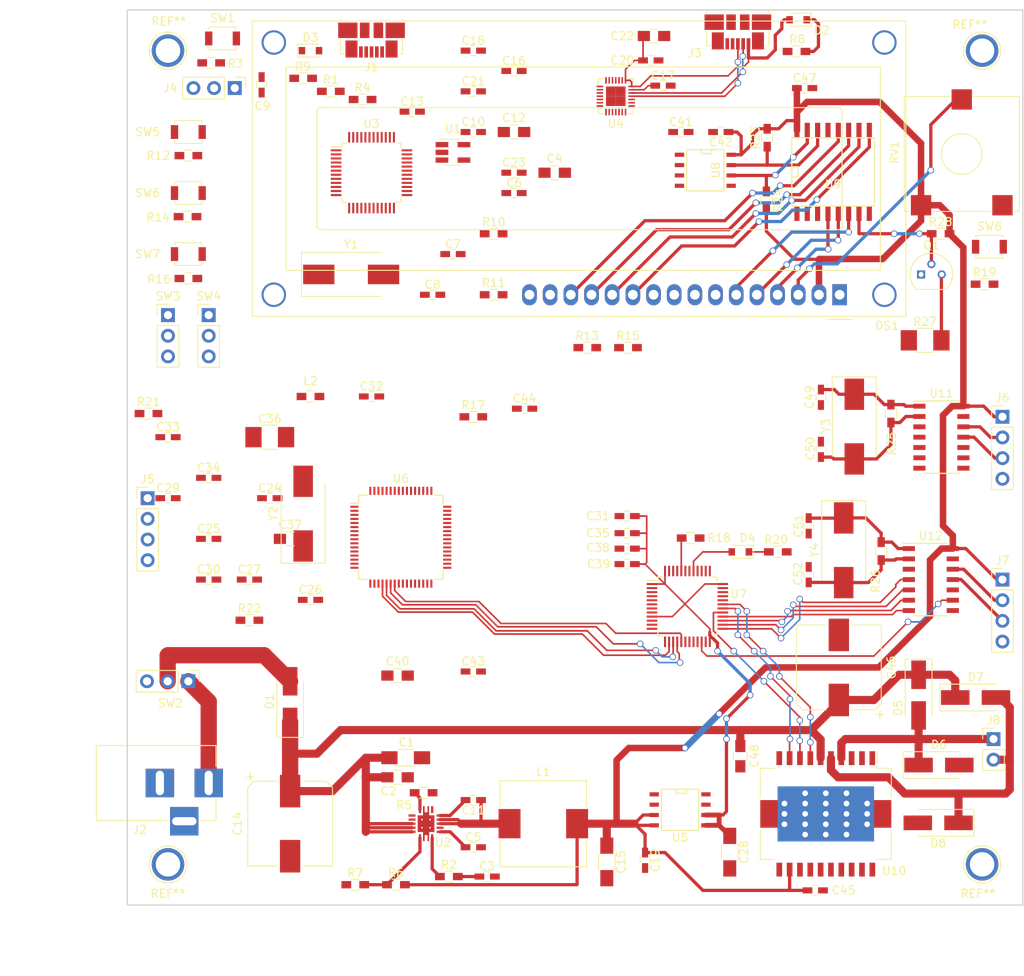
<source format=kicad_pcb>
(kicad_pcb (version 4) (host pcbnew 4.0.7)
  (title_block (title Controller) (date 2017-12-03) (rev 0.1))
  (layers (0 F.Cu signal) (31 B.Cu signal) (34 B.Paste user) (35 F.Paste user) (36 B.SilkS user) (37 F.SilkS user) (38 B.Mask user) (39 F.Mask user) (44 Edge.Cuts user))
  (net 0 "")
  (net 1 GND)
  (net 2 +12V)
  (net 3 "Net-(C5-Pad1)")
  (net 4 "Net-(C7-Pad1)")
  (net 5 "Net-(C8-Pad1)")
  (net 6 "Net-(C9-Pad1)")
  (net 7 "Net-(C10-Pad1)")
  (net 8 +3.3VA)
  (net 9 +5V)
  (net 10 +3V3)
  (net 11 "Net-(C49-Pad2)")
  (net 12 "Net-(C50-Pad2)")
  (net 13 "Net-(C51-Pad2)")
  (net 14 "Net-(D1-Pad2)")
  (net 15 "Net-(D2-Pad1)")
  (net 16 "Net-(D3-Pad1)")
  (net 17 "Net-(D4-Pad1)")
  (net 18 "Net-(D4-Pad2)")
  (net 19 "Net-(D5-Pad2)")
  (net 20 "Net-(DS1-Pad3)")
  (net 21 "Net-(DS1-Pad4)")
  (net 22 "Net-(DS1-Pad5)")
  (net 23 "Net-(DS1-Pad6)")
  (net 24 "Net-(DS1-Pad7)")
  (net 25 "Net-(DS1-Pad8)")
  (net 26 "Net-(DS1-Pad9)")
  (net 27 "Net-(DS1-Pad10)")
  (net 28 "Net-(DS1-Pad11)")
  (net 29 "Net-(DS1-Pad12)")
  (net 30 "Net-(DS1-Pad13)")
  (net 31 "Net-(DS1-Pad14)")
  (net 32 "Net-(DS1-Pad16)")
  (net 33 "Net-(J2-Pad1)")
  (net 34 "Net-(J3-Pad2)")
  (net 35 "Net-(J3-Pad3)")
  (net 36 "Net-(J4-Pad1)")
  (net 37 "Net-(J4-Pad2)")
  (net 38 "Net-(J5-Pad1)")
  (net 39 "Net-(J5-Pad2)")
  (net 40 "Net-(J5-Pad3)")
  (net 41 "Net-(J6-Pad2)")
  (net 42 "Net-(J6-Pad3)")
  (net 43 "Net-(J7-Pad2)")
  (net 44 "Net-(J7-Pad3)")
  (net 45 "Net-(Q1-Pad2)")
  (net 46 "Net-(Q1-Pad3)")
  (net 47 /DISP_SCL)
  (net 48 /DISP_SDA)
  (net 49 /N_RST)
  (net 50 "Net-(R23-Pad1)")
  (net 51 "Net-(R24-Pad1)")
  (net 52 /SWD1_IO)
  (net 53 "Net-(SW3-Pad2)")
  (net 54 /SWD2_IO)
  (net 55 /SWD1_CLK)
  (net 56 "Net-(SW4-Pad2)")
  (net 57 /SWD2_CLK)
  (net 58 /STM_TX)
  (net 59 /STM_RX)
  (net 60 "Net-(U5-Pad8)")
  (net 61 "Net-(U5-Pad7)")
  (net 62 /OE2_FLAG)
  (net 63 /OE2_SS)
  (net 64 /OE2_SCK)
  (net 65 /OE2_MISO)
  (net 66 /OE2_MOSI)
  (net 67 /PWM)
  (net 68 /B)
  (net 69 /A)
  (net 70 /BTN1)
  (net 71 /BTN2)
  (net 72 /BTN3)
  (net 73 /OE1_SS)
  (net 74 /OE1_SCK)
  (net 75 /OE1_MISO)
  (net 76 /OE1_MOSI)
  (net 77 /OE1_FLAG)
  (net 78 "Net-(U8-Pad5)")
  (net 79 "Net-(U9-Pad13)")
  (net 80 "Net-(U11-Pad8)")
  (net 81 "Net-(U11-Pad10)")
  (net 82 "Net-(U11-Pad13)")
  (net 83 "Net-(U12-Pad8)")
  (net 84 "Net-(U12-Pad10)")
  (net 85 "Net-(U12-Pad13)")
  (net 86 "Net-(D7-Pad2)")
  (net 87 "Net-(R5-Pad2)")
  (net 88 "Net-(U2-Pad14)")
  (net 89 "Net-(U2-Pad10)")
  (net 90 "Net-(C3-Pad1)")
  (net 91 VBUS)
  (net 92 "Net-(C11-Pad1)")
  (net 93 "Net-(C11-Pad2)")
  (net 94 "Net-(C17-Pad1)")
  (net 95 "Net-(C20-Pad1)")
  (net 96 "Net-(C32-Pad1)")
  (net 97 "Net-(C40-Pad1)")
  (net 98 "Net-(C43-Pad2)")
  (net 99 "Net-(C44-Pad2)")
  (net 100 "Net-(C52-Pad2)")
  (net 101 /DN)
  (net 102 /DP)
  (net 103 "Net-(R2-Pad1)")
  (net 104 "Net-(R4-Pad1)")
  (net 105 "Net-(R6-Pad1)")
  (net 106 "Net-(R10-Pad1)")
  (net 107 "Net-(R17-Pad2)")
  (net 108 "Net-(R18-Pad2)")
  (net 109 /SS)
  (net 110 /SCK)
  (net 111 /MISO)
  (net 112 /MOSI)
  (module Connectors:1pin (layer F.Cu) (at 60 37.5)
    (fp_text reference REF** (at 0.1 -3.6) (layer F.SilkS))
    (fp_text value 1pin)
    (pad 1 thru_hole circle (at 0 0) (size 4 4) (drill 3) (layers *.Cu *.Mask))
  )
  (module Connectors:1pin (layer F.Cu) (at 160 37.5)
    (fp_text reference REF** (at -1.5 -3.2) (layer F.SilkS))
    (fp_text value 1pin)
    (pad 1 thru_hole circle (at 0 0) (size 4 4) (drill 3) (layers *.Cu *.Mask))
  )
  (module Connectors:1pin (layer F.Cu) (at 160 137.5)
    (fp_text reference REF** (at -0.5 3.6) (layer F.SilkS))
    (fp_text value 1pin)
    (pad 1 thru_hole circle (at 0 0) (size 4 4) (drill 3) (layers *.Cu *.Mask))
  )
  (module Capacitors_SMD:C_1206_HandSoldering (layer F.Cu) (at 89.2 124.4)
    (fp_text reference C1 (at 0.1 -1.9) (layer F.SilkS))
    (fp_text value 10u)
    (pad 1 smd rect (at -2 0) (size 2 1.6) (layers F.Cu F.Paste F.Mask) (net 2 +12V))
    (pad 2 smd rect (at 2 0) (size 2 1.6) (layers F.Cu F.Paste F.Mask) (net 1 GND))
  )
  (module Capacitors_SMD:C_0805_HandSoldering (layer F.Cu) (at 88.2 126.8)
    (fp_text reference C2 (at -1.1 1.7) (layer F.SilkS))
    (fp_text value 4.7u)
    (pad 1 smd rect (at -1.25 0) (size 1.5 1.25) (layers F.Cu F.Paste F.Mask) (net 2 +12V))
    (pad 2 smd rect (at 1.25 0) (size 1.5 1.25) (layers F.Cu F.Paste F.Mask) (net 1 GND))
  )
  (module Capacitors_SMD:C_0603_HandSoldering (layer F.Cu) (at 99.2 139)
    (fp_text reference C3 (at 0 -1.25) (layer F.SilkS))
    (fp_text value 8200p)
    (pad 1 smd rect (at -0.95 0) (size 1.2 0.75) (layers F.Cu F.Paste F.Mask) (net 90 "Net-(C3-Pad1)"))
    (pad 2 smd rect (at 0.95 0) (size 1.2 0.75) (layers F.Cu F.Paste F.Mask) (net 1 GND))
  )
  (module Capacitors_SMD:C_0805_HandSoldering (layer F.Cu) (at 107.5 52.5)
    (fp_text reference C4 (at 0 -1.75) (layer F.SilkS))
    (fp_text value 1u)
    (pad 1 smd rect (at -1.25 0) (size 1.5 1.25) (layers F.Cu F.Paste F.Mask) (net 91 VBUS))
    (pad 2 smd rect (at 1.25 0) (size 1.5 1.25) (layers F.Cu F.Paste F.Mask) (net 1 GND))
  )
  (module Capacitors_SMD:C_0603_HandSoldering (layer F.Cu) (at 97.5 135.4)
    (fp_text reference C5 (at 0 -1.25) (layer F.SilkS))
    (fp_text value 0.01u)
    (pad 1 smd rect (at -0.95 0) (size 1.2 0.75) (layers F.Cu F.Paste F.Mask) (net 3 "Net-(C5-Pad1)"))
    (pad 2 smd rect (at 0.95 0) (size 1.2 0.75) (layers F.Cu F.Paste F.Mask) (net 1 GND))
  )
  (module Capacitors_SMD:C_0603_HandSoldering (layer F.Cu) (at 102.5 55)
    (fp_text reference C6 (at 0 -1.25) (layer F.SilkS))
    (fp_text value 100n)
    (pad 1 smd rect (at -0.95 0) (size 1.2 0.75) (layers F.Cu F.Paste F.Mask) (net 91 VBUS))
    (pad 2 smd rect (at 0.95 0) (size 1.2 0.75) (layers F.Cu F.Paste F.Mask) (net 1 GND))
  )
  (module Capacitors_SMD:C_0603_HandSoldering (layer F.Cu) (at 95 62.5)
    (fp_text reference C7 (at 0 -1.25) (layer F.SilkS))
    (fp_text value 20p)
    (pad 1 smd rect (at -0.95 0) (size 1.2 0.75) (layers F.Cu F.Paste F.Mask) (net 4 "Net-(C7-Pad1)"))
    (pad 2 smd rect (at 0.95 0) (size 1.2 0.75) (layers F.Cu F.Paste F.Mask) (net 1 GND))
  )
  (module Capacitors_SMD:C_0603_HandSoldering (layer F.Cu) (at 92.5 67.5)
    (fp_text reference C8 (at 0 -1.25) (layer F.SilkS))
    (fp_text value 20p)
    (pad 1 smd rect (at -0.95 0) (size 1.2 0.75) (layers F.Cu F.Paste F.Mask) (net 5 "Net-(C8-Pad1)"))
    (pad 2 smd rect (at 0.95 0) (size 1.2 0.75) (layers F.Cu F.Paste F.Mask) (net 1 GND))
  )
  (module Capacitors_SMD:C_0603_HandSoldering (layer F.Cu) (at 71.5 41.7 270)
    (fp_text reference C9 (at 2.6 -0.1 360) (layer F.SilkS))
    (fp_text value 100n)
    (pad 1 smd rect (at -0.95 0 270) (size 1.2 0.75) (layers F.Cu F.Paste F.Mask) (net 6 "Net-(C9-Pad1)"))
    (pad 2 smd rect (at 0.95 0 270) (size 1.2 0.75) (layers F.Cu F.Paste F.Mask) (net 1 GND))
  )
  (module Capacitors_SMD:C_0603_HandSoldering (layer F.Cu) (at 97.5 47.5)
    (fp_text reference C10 (at 0 -1.25) (layer F.SilkS))
    (fp_text value 10n)
    (pad 1 smd rect (at -0.95 0) (size 1.2 0.75) (layers F.Cu F.Paste F.Mask) (net 7 "Net-(C10-Pad1)"))
    (pad 2 smd rect (at 0.95 0) (size 1.2 0.75) (layers F.Cu F.Paste F.Mask) (net 1 GND))
  )
  (module Capacitors_SMD:C_0603_HandSoldering (layer F.Cu) (at 97.5 129.6 180)
    (fp_text reference C11 (at 0 -1.25 180) (layer F.SilkS))
    (fp_text value 0.1u)
    (pad 1 smd rect (at -0.95 0 180) (size 1.2 0.75) (layers F.Cu F.Paste F.Mask) (net 92 "Net-(C11-Pad1)"))
    (pad 2 smd rect (at 0.95 0 180) (size 1.2 0.75) (layers F.Cu F.Paste F.Mask) (net 93 "Net-(C11-Pad2)"))
  )
  (module Capacitors_SMD:C_0805_HandSoldering (layer F.Cu) (at 102.5 47.5)
    (fp_text reference C12 (at 0 -1.75) (layer F.SilkS))
    (fp_text value 1u)
    (pad 1 smd rect (at -1.25 0) (size 1.5 1.25) (layers F.Cu F.Paste F.Mask) (net 8 +3.3VA))
    (pad 2 smd rect (at 1.25 0) (size 1.5 1.25) (layers F.Cu F.Paste F.Mask) (net 1 GND))
  )
  (module Capacitors_SMD:C_0603_HandSoldering (layer F.Cu) (at 90 45)
    (fp_text reference C13 (at 0 -1.25) (layer F.SilkS))
    (fp_text value 100n)
    (pad 1 smd rect (at -0.95 0) (size 1.2 0.75) (layers F.Cu F.Paste F.Mask) (net 8 +3.3VA))
    (pad 2 smd rect (at 0.95 0) (size 1.2 0.75) (layers F.Cu F.Paste F.Mask) (net 1 GND))
  )
  (module Capacitors_SMD:CP_Elec_10x10 (layer F.Cu) (at 75 132.5 270)
    (fp_text reference C14 (at 0 6.46 270) (layer F.SilkS))
    (fp_text value 330u)
    (fp_text user + (at -5.78 4.97 270) (layer F.SilkS))
    (pad 1 smd rect (at -4 0 90) (size 4 2.5) (layers F.Cu F.Paste F.Mask) (net 2 +12V))
    (pad 2 smd rect (at 4 0 90) (size 4 2.5) (layers F.Cu F.Paste F.Mask) (net 1 GND))
  )
  (module Capacitors_SMD:C_1206_HandSoldering (layer F.Cu) (at 113.9 137.2 270)
    (fp_text reference C15 (at 0 -1.75 270) (layer F.SilkS))
    (fp_text value 47u)
    (pad 1 smd rect (at -2 0 270) (size 2 1.6) (layers F.Cu F.Paste F.Mask) (net 9 +5V))
    (pad 2 smd rect (at 2 0 270) (size 2 1.6) (layers F.Cu F.Paste F.Mask) (net 1 GND))
  )
  (module Capacitors_SMD:C_0603_HandSoldering (layer F.Cu) (at 102.5 40)
    (fp_text reference C16 (at 0 -1.25) (layer F.SilkS))
    (fp_text value 100n)
    (pad 1 smd rect (at -0.95 0) (size 1.2 0.75) (layers F.Cu F.Paste F.Mask) (net 8 +3.3VA))
    (pad 2 smd rect (at 0.95 0) (size 1.2 0.75) (layers F.Cu F.Paste F.Mask) (net 1 GND))
  )
  (module Capacitors_SMD:C_0603_HandSoldering (layer F.Cu) (at 120.8 41.8)
    (fp_text reference C17 (at 0 -1.25) (layer F.SilkS))
    (fp_text value 0.1u)
    (pad 1 smd rect (at -0.95 0) (size 1.2 0.75) (layers F.Cu F.Paste F.Mask) (net 94 "Net-(C17-Pad1)"))
    (pad 2 smd rect (at 0.95 0) (size 1.2 0.75) (layers F.Cu F.Paste F.Mask) (net 1 GND))
  )
  (module Capacitors_SMD:C_0603_HandSoldering (layer F.Cu) (at 97.5 37.5)
    (fp_text reference C18 (at 0 -1.25) (layer F.SilkS))
    (fp_text value 100n)
    (pad 1 smd rect (at -0.95 0) (size 1.2 0.75) (layers F.Cu F.Paste F.Mask) (net 8 +3.3VA))
    (pad 2 smd rect (at 0.95 0) (size 1.2 0.75) (layers F.Cu F.Paste F.Mask) (net 1 GND))
  )
  (module Capacitors_SMD:C_0603_HandSoldering (layer F.Cu) (at 118.6 137 270)
    (fp_text reference C19 (at 0 -1.25 270) (layer F.SilkS))
    (fp_text value 100n)
    (pad 1 smd rect (at -0.95 0 270) (size 1.2 0.75) (layers F.Cu F.Paste F.Mask) (net 9 +5V))
    (pad 2 smd rect (at 0.95 0 270) (size 1.2 0.75) (layers F.Cu F.Paste F.Mask) (net 1 GND))
  )
  (module Capacitors_SMD:C_0603_HandSoldering (layer F.Cu) (at 119.3 38.7)
    (fp_text reference C20 (at -3.5 0) (layer F.SilkS))
    (fp_text value 0.1u)
    (pad 1 smd rect (at -0.95 0) (size 1.2 0.75) (layers F.Cu F.Paste F.Mask) (net 95 "Net-(C20-Pad1)"))
    (pad 2 smd rect (at 0.95 0) (size 1.2 0.75) (layers F.Cu F.Paste F.Mask) (net 1 GND))
  )
  (module Capacitors_SMD:C_0603_HandSoldering (layer F.Cu) (at 97.5 42.5)
    (fp_text reference C21 (at 0 -1.25) (layer F.SilkS))
    (fp_text value 100n)
    (pad 1 smd rect (at -0.95 0) (size 1.2 0.75) (layers F.Cu F.Paste F.Mask) (net 8 +3.3VA))
    (pad 2 smd rect (at 0.95 0) (size 1.2 0.75) (layers F.Cu F.Paste F.Mask) (net 1 GND))
  )
  (module Capacitors_SMD:C_0805_HandSoldering (layer F.Cu) (at 119.7 35.7)
    (fp_text reference C22 (at -3.9 0) (layer F.SilkS))
    (fp_text value 1u)
    (pad 1 smd rect (at -1.25 0) (size 1.5 1.25) (layers F.Cu F.Paste F.Mask) (net 95 "Net-(C20-Pad1)"))
    (pad 2 smd rect (at 1.25 0) (size 1.5 1.25) (layers F.Cu F.Paste F.Mask) (net 1 GND))
  )
  (module Capacitors_SMD:C_0603_HandSoldering (layer F.Cu) (at 102.5 52.5)
    (fp_text reference C23 (at 0 -1.25) (layer F.SilkS))
    (fp_text value 100n)
    (pad 1 smd rect (at -0.95 0) (size 1.2 0.75) (layers F.Cu F.Paste F.Mask) (net 8 +3.3VA))
    (pad 2 smd rect (at 0.95 0) (size 1.2 0.75) (layers F.Cu F.Paste F.Mask) (net 1 GND))
  )
  (module Capacitors_SMD:C_0603_HandSoldering (layer F.Cu) (at 72.5 92.5)
    (fp_text reference C24 (at 0 -1.25) (layer F.SilkS))
    (fp_text value 100n)
    (pad 1 smd rect (at -0.95 0) (size 1.2 0.75) (layers F.Cu F.Paste F.Mask) (net 10 +3V3))
    (pad 2 smd rect (at 0.95 0) (size 1.2 0.75) (layers F.Cu F.Paste F.Mask) (net 1 GND))
  )
  (module Capacitors_SMD:C_0603_HandSoldering (layer F.Cu) (at 65 97.5)
    (fp_text reference C25 (at 0 -1.25) (layer F.SilkS))
    (fp_text value 100n)
    (pad 1 smd rect (at -0.95 0) (size 1.2 0.75) (layers F.Cu F.Paste F.Mask) (net 10 +3V3))
    (pad 2 smd rect (at 0.95 0) (size 1.2 0.75) (layers F.Cu F.Paste F.Mask) (net 1 GND))
  )
  (module Capacitors_SMD:C_0603_HandSoldering (layer F.Cu) (at 77.5 105)
    (fp_text reference C26 (at 0 -1.25) (layer F.SilkS))
    (fp_text value 100n)
    (pad 1 smd rect (at -0.95 0) (size 1.2 0.75) (layers F.Cu F.Paste F.Mask) (net 10 +3V3))
    (pad 2 smd rect (at 0.95 0) (size 1.2 0.75) (layers F.Cu F.Paste F.Mask) (net 1 GND))
  )
  (module Capacitors_SMD:C_0603_HandSoldering (layer F.Cu) (at 70 102.5)
    (fp_text reference C27 (at 0 -1.25) (layer F.SilkS))
    (fp_text value 100n)
    (pad 1 smd rect (at -0.95 0) (size 1.2 0.75) (layers F.Cu F.Paste F.Mask) (net 10 +3V3))
    (pad 2 smd rect (at 0.95 0) (size 1.2 0.75) (layers F.Cu F.Paste F.Mask) (net 1 GND))
  )
  (module Capacitors_SMD:C_1206_HandSoldering (layer F.Cu) (at 129 136 270)
    (fp_text reference C28 (at 0 -1.75 270) (layer F.SilkS))
    (fp_text value 10u)
    (pad 1 smd rect (at -2 0 270) (size 2 1.6) (layers F.Cu F.Paste F.Mask) (net 10 +3V3))
    (pad 2 smd rect (at 2 0 270) (size 2 1.6) (layers F.Cu F.Paste F.Mask) (net 1 GND))
  )
  (module Capacitors_SMD:C_0603_HandSoldering (layer F.Cu) (at 60 92.5)
    (fp_text reference C29 (at 0 -1.25) (layer F.SilkS))
    (fp_text value 100n)
    (pad 1 smd rect (at -0.95 0) (size 1.2 0.75) (layers F.Cu F.Paste F.Mask) (net 10 +3V3))
    (pad 2 smd rect (at 0.95 0) (size 1.2 0.75) (layers F.Cu F.Paste F.Mask) (net 1 GND))
  )
  (module Capacitors_SMD:C_0603_HandSoldering (layer F.Cu) (at 65 102.5)
    (fp_text reference C30 (at 0 -1.25) (layer F.SilkS))
    (fp_text value 100n)
    (pad 1 smd rect (at -0.95 0) (size 1.2 0.75) (layers F.Cu F.Paste F.Mask) (net 10 +3V3))
    (pad 2 smd rect (at 0.95 0) (size 1.2 0.75) (layers F.Cu F.Paste F.Mask) (net 1 GND))
  )
  (module Capacitors_SMD:C_0603_HandSoldering (layer F.Cu) (at 116.4 94.7 180)
    (fp_text reference C31 (at 3.6 0 180) (layer F.SilkS))
    (fp_text value 100n)
    (pad 1 smd rect (at -0.95 0 180) (size 1.2 0.75) (layers F.Cu F.Paste F.Mask) (net 10 +3V3))
    (pad 2 smd rect (at 0.95 0 180) (size 1.2 0.75) (layers F.Cu F.Paste F.Mask) (net 1 GND))
  )
  (module Capacitors_SMD:C_0603_HandSoldering (layer F.Cu) (at 85 80)
    (fp_text reference C32 (at 0 -1.25) (layer F.SilkS))
    (fp_text value 100n)
    (pad 1 smd rect (at -0.95 0) (size 1.2 0.75) (layers F.Cu F.Paste F.Mask) (net 96 "Net-(C32-Pad1)"))
    (pad 2 smd rect (at 0.95 0) (size 1.2 0.75) (layers F.Cu F.Paste F.Mask) (net 1 GND))
  )
  (module Capacitors_SMD:C_0603_HandSoldering (layer F.Cu) (at 60 85)
    (fp_text reference C33 (at 0 -1.25) (layer F.SilkS))
    (fp_text value 100n)
    (pad 1 smd rect (at -0.95 0) (size 1.2 0.75) (layers F.Cu F.Paste F.Mask) (net 10 +3V3))
    (pad 2 smd rect (at 0.95 0) (size 1.2 0.75) (layers F.Cu F.Paste F.Mask) (net 1 GND))
  )
  (module Capacitors_SMD:C_0603_HandSoldering (layer F.Cu) (at 65 90)
    (fp_text reference C34 (at 0 -1.25) (layer F.SilkS))
    (fp_text value 100n)
    (pad 1 smd rect (at -0.95 0) (size 1.2 0.75) (layers F.Cu F.Paste F.Mask) (net 10 +3V3))
    (pad 2 smd rect (at 0.95 0) (size 1.2 0.75) (layers F.Cu F.Paste F.Mask) (net 1 GND))
  )
  (module Capacitors_SMD:C_0603_HandSoldering (layer F.Cu) (at 116.4 96.8 180)
    (fp_text reference C35 (at 3.6 0 180) (layer F.SilkS))
    (fp_text value 100n)
    (pad 1 smd rect (at -0.95 0 180) (size 1.2 0.75) (layers F.Cu F.Paste F.Mask) (net 10 +3V3))
    (pad 2 smd rect (at 0.95 0 180) (size 1.2 0.75) (layers F.Cu F.Paste F.Mask) (net 1 GND))
  )
  (module Capacitors_SMD:C_1210_HandSoldering (layer F.Cu) (at 72.5 85)
    (fp_text reference C36 (at 0 -2.25) (layer F.SilkS))
    (fp_text value 1u)
    (pad 1 smd rect (at -2 0) (size 2 2.5) (layers F.Cu F.Paste F.Mask) (net 96 "Net-(C32-Pad1)"))
    (pad 2 smd rect (at 2 0) (size 2 2.5) (layers F.Cu F.Paste F.Mask) (net 1 GND))
  )
  (module Capacitors_SMD:C_0805_HandSoldering (layer F.Cu) (at 75 97.5)
    (fp_text reference C37 (at 0 -1.75) (layer F.SilkS))
    (fp_text value 1u)
    (pad 1 smd rect (at -1.25 0) (size 1.5 1.25) (layers F.Cu F.Paste F.Mask) (net 10 +3V3))
    (pad 2 smd rect (at 1.25 0) (size 1.5 1.25) (layers F.Cu F.Paste F.Mask) (net 1 GND))
  )
  (module Capacitors_SMD:C_0603_HandSoldering (layer F.Cu) (at 116.4 98.7 180)
    (fp_text reference C38 (at 3.6 0.1 180) (layer F.SilkS))
    (fp_text value 100n)
    (pad 1 smd rect (at -0.95 0 180) (size 1.2 0.75) (layers F.Cu F.Paste F.Mask) (net 10 +3V3))
    (pad 2 smd rect (at 0.95 0 180) (size 1.2 0.75) (layers F.Cu F.Paste F.Mask) (net 1 GND))
  )
  (module Capacitors_SMD:C_0603_HandSoldering (layer F.Cu) (at 116.4 100.6 180)
    (fp_text reference C39 (at 3.5 0 180) (layer F.SilkS))
    (fp_text value 100n)
    (pad 1 smd rect (at -0.95 0 180) (size 1.2 0.75) (layers F.Cu F.Paste F.Mask) (net 10 +3V3))
    (pad 2 smd rect (at 0.95 0 180) (size 1.2 0.75) (layers F.Cu F.Paste F.Mask) (net 1 GND))
  )
  (module Capacitors_SMD:C_0805_HandSoldering (layer F.Cu) (at 88.2 114.3)
    (fp_text reference C40 (at 0 -1.75) (layer F.SilkS))
    (fp_text value 4.7u)
    (pad 1 smd rect (at -1.25 0) (size 1.5 1.25) (layers F.Cu F.Paste F.Mask) (net 97 "Net-(C40-Pad1)"))
    (pad 2 smd rect (at 1.25 0) (size 1.5 1.25) (layers F.Cu F.Paste F.Mask) (net 1 GND))
  )
  (module Capacitors_SMD:C_0603_HandSoldering (layer F.Cu) (at 123 47.5)
    (fp_text reference C41 (at 0 -1.25) (layer F.SilkS))
    (fp_text value 100n)
    (pad 1 smd rect (at -0.95 0) (size 1.2 0.75) (layers F.Cu F.Paste F.Mask) (net 10 +3V3))
    (pad 2 smd rect (at 0.95 0) (size 1.2 0.75) (layers F.Cu F.Paste F.Mask) (net 1 GND))
  )
  (module Capacitors_SMD:C_0603_HandSoldering (layer F.Cu) (at 127.9 47.5 180)
    (fp_text reference C42 (at 0 -1.25 180) (layer F.SilkS))
    (fp_text value 100n)
    (pad 1 smd rect (at -0.95 0 180) (size 1.2 0.75) (layers F.Cu F.Paste F.Mask) (net 9 +5V))
    (pad 2 smd rect (at 0.95 0 180) (size 1.2 0.75) (layers F.Cu F.Paste F.Mask) (net 1 GND))
  )
  (module Capacitors_SMD:C_0603_HandSoldering (layer F.Cu) (at 97.5 113.8)
    (fp_text reference C43 (at 0 -1.25) (layer F.SilkS))
    (fp_text value 20p)
    (pad 1 smd rect (at -0.95 0) (size 1.2 0.75) (layers F.Cu F.Paste F.Mask) (net 1 GND))
    (pad 2 smd rect (at 0.95 0) (size 1.2 0.75) (layers F.Cu F.Paste F.Mask) (net 98 "Net-(C43-Pad2)"))
  )
  (module Capacitors_SMD:C_0603_HandSoldering (layer F.Cu) (at 103.8 81.5)
    (fp_text reference C44 (at 0 -1.25) (layer F.SilkS))
    (fp_text value 20p)
    (pad 1 smd rect (at -0.95 0) (size 1.2 0.75) (layers F.Cu F.Paste F.Mask) (net 1 GND))
    (pad 2 smd rect (at 0.95 0) (size 1.2 0.75) (layers F.Cu F.Paste F.Mask) (net 99 "Net-(C44-Pad2)"))
  )
  (module Capacitors_SMD:C_0603_HandSoldering (layer F.Cu) (at 139.5 140.7)
    (fp_text reference C45 (at 3.5 0) (layer F.SilkS))
    (fp_text value 0.1u)
    (pad 1 smd rect (at -0.95 0) (size 1.2 0.75) (layers F.Cu F.Paste F.Mask) (net 9 +5V))
    (pad 2 smd rect (at 0.95 0) (size 1.2 0.75) (layers F.Cu F.Paste F.Mask) (net 1 GND))
  )
  (module Capacitors_SMD:CP_Elec_10x10 (layer F.Cu) (at 142.4 113.3 90)
    (fp_text reference C46 (at 0 6.46 90) (layer F.SilkS))
    (fp_text value 470u)
    (fp_text user + (at -5.78 4.97 90) (layer F.SilkS))
    (pad 1 smd rect (at -4 0 270) (size 4 2.5) (layers F.Cu F.Paste F.Mask) (net 2 +12V))
    (pad 2 smd rect (at 4 0 270) (size 4 2.5) (layers F.Cu F.Paste F.Mask) (net 1 GND))
  )
  (module Capacitors_SMD:C_0603_HandSoldering (layer F.Cu) (at 138.2 42.1)
    (fp_text reference C47 (at 0 -1.25) (layer F.SilkS))
    (fp_text value 0.1u)
    (pad 1 smd rect (at -0.95 0) (size 1.2 0.75) (layers F.Cu F.Paste F.Mask) (net 9 +5V))
    (pad 2 smd rect (at 0.95 0) (size 1.2 0.75) (layers F.Cu F.Paste F.Mask) (net 1 GND))
  )
  (module Capacitors_SMD:C_0805_HandSoldering (layer F.Cu) (at 130.3 124.2 270)
    (fp_text reference C48 (at 0 -1.75 270) (layer F.SilkS))
    (fp_text value 0.1u)
    (pad 1 smd rect (at -1.25 0 270) (size 1.5 1.25) (layers F.Cu F.Paste F.Mask) (net 2 +12V))
    (pad 2 smd rect (at 1.25 0 270) (size 1.5 1.25) (layers F.Cu F.Paste F.Mask) (net 1 GND))
  )
  (module Capacitors_SMD:C_0603_HandSoldering (layer F.Cu) (at 140.2 80.1 90)
    (fp_text reference C49 (at 0 -1.4 90) (layer F.SilkS))
    (fp_text value 15p)
    (pad 1 smd rect (at -0.95 0 90) (size 1.2 0.75) (layers F.Cu F.Paste F.Mask) (net 1 GND))
    (pad 2 smd rect (at 0.95 0 90) (size 1.2 0.75) (layers F.Cu F.Paste F.Mask) (net 11 "Net-(C49-Pad2)"))
  )
  (module Capacitors_SMD:C_0603_HandSoldering (layer F.Cu) (at 140.2 86.5 270)
    (fp_text reference C50 (at -0.1 1.3 270) (layer F.SilkS))
    (fp_text value 15p)
    (pad 1 smd rect (at -0.95 0 270) (size 1.2 0.75) (layers F.Cu F.Paste F.Mask) (net 1 GND))
    (pad 2 smd rect (at 0.95 0 270) (size 1.2 0.75) (layers F.Cu F.Paste F.Mask) (net 12 "Net-(C50-Pad2)"))
  )
  (module Capacitors_SMD:C_0603_HandSoldering (layer F.Cu) (at 138.7 95.9 90)
    (fp_text reference C51 (at 0 -1.25 90) (layer F.SilkS))
    (fp_text value 15p)
    (pad 1 smd rect (at -0.95 0 90) (size 1.2 0.75) (layers F.Cu F.Paste F.Mask) (net 1 GND))
    (pad 2 smd rect (at 0.95 0 90) (size 1.2 0.75) (layers F.Cu F.Paste F.Mask) (net 13 "Net-(C51-Pad2)"))
  )
  (module Capacitors_SMD:C_0603_HandSoldering (layer F.Cu) (at 138.7 101.9 270)
    (fp_text reference C52 (at -0.1 1.3 270) (layer F.SilkS))
    (fp_text value 15p)
    (pad 1 smd rect (at -0.95 0 270) (size 1.2 0.75) (layers F.Cu F.Paste F.Mask) (net 1 GND))
    (pad 2 smd rect (at 0.95 0 270) (size 1.2 0.75) (layers F.Cu F.Paste F.Mask) (net 100 "Net-(C52-Pad2)"))
  )
  (module Diodes_SMD:D_SMA_Handsoldering (layer F.Cu) (at 75 117.5 90)
    (fp_text reference D1 (at 0 -2.5 90) (layer F.SilkS))
    (fp_text value D)
    (pad 1 smd rect (at -2.5 0 90) (size 3.5 1.8) (layers F.Cu F.Paste F.Mask) (net 2 +12V))
    (pad 2 smd rect (at 2.5 0 90) (size 3.5 1.8) (layers F.Cu F.Paste F.Mask) (net 14 "Net-(D1-Pad2)"))
  )
  (module Diodes_SMD:D_0805 (layer F.Cu) (at 137.4 33.7 180)
    (fp_text reference D2 (at -2.9 -1.3 180) (layer F.SilkS))
    (fp_text value LED)
    (pad 1 smd rect (at -1.05 0 180) (size 0.8 0.9) (layers F.Cu F.Paste F.Mask) (net 15 "Net-(D2-Pad1)"))
    (pad 2 smd rect (at 1.05 0 180) (size 0.8 0.9) (layers F.Cu F.Paste F.Mask) (net 95 "Net-(C20-Pad1)"))
  )
  (module Diodes_SMD:D_0805 (layer F.Cu) (at 77.5 37.5)
    (fp_text reference D3 (at 0 -1.6) (layer F.SilkS))
    (fp_text value LED)
    (pad 1 smd rect (at -1.05 0) (size 0.8 0.9) (layers F.Cu F.Paste F.Mask) (net 16 "Net-(D3-Pad1)"))
    (pad 2 smd rect (at 1.05 0) (size 0.8 0.9) (layers F.Cu F.Paste F.Mask) (net 8 +3.3VA))
  )
  (module Diodes_SMD:D_0805 (layer F.Cu) (at 130.3 99.1 180)
    (fp_text reference D4 (at -0.9 1.7 180) (layer F.SilkS))
    (fp_text value LED)
    (pad 1 smd rect (at -1.05 0 180) (size 0.8 0.9) (layers F.Cu F.Paste F.Mask) (net 17 "Net-(D4-Pad1)"))
    (pad 2 smd rect (at 1.05 0 180) (size 0.8 0.9) (layers F.Cu F.Paste F.Mask) (net 18 "Net-(D4-Pad2)"))
  )
  (module Diodes_SMD:D_SMA_Handsoldering (layer F.Cu) (at 152.2 116.7 270)
    (fp_text reference D5 (at 1.6 2.5 270) (layer F.SilkS))
    (fp_text value D)
    (pad 1 smd rect (at -2.5 0 270) (size 3.5 1.8) (layers F.Cu F.Paste F.Mask) (net 2 +12V))
    (pad 2 smd rect (at 2.5 0 270) (size 3.5 1.8) (layers F.Cu F.Paste F.Mask) (net 19 "Net-(D5-Pad2)"))
  )
  (module Diodes_SMD:D_SMA_Handsoldering (layer F.Cu) (at 154.7 125.3)
    (fp_text reference D6 (at 0 -2.5) (layer F.SilkS))
    (fp_text value D)
    (pad 1 smd rect (at -2.5 0) (size 3.5 1.8) (layers F.Cu F.Paste F.Mask) (net 19 "Net-(D5-Pad2)"))
    (pad 2 smd rect (at 2.5 0) (size 3.5 1.8) (layers F.Cu F.Paste F.Mask) (net 1 GND))
  )
  (module Diodes_SMD:D_SMA_Handsoldering (layer F.Cu) (at 159.2 117)
    (fp_text reference D7 (at 0 -2.5) (layer F.SilkS))
    (fp_text value D)
    (pad 1 smd rect (at -2.5 0) (size 3.5 1.8) (layers F.Cu F.Paste F.Mask) (net 2 +12V))
    (pad 2 smd rect (at 2.5 0) (size 3.5 1.8) (layers F.Cu F.Paste F.Mask) (net 86 "Net-(D7-Pad2)"))
  )
  (module Diodes_SMD:D_SMA_Handsoldering (layer F.Cu) (at 154.6 132.4 180)
    (fp_text reference D8 (at 0 -2.5 180) (layer F.SilkS))
    (fp_text value D)
    (pad 1 smd rect (at -2.5 0 180) (size 3.5 1.8) (layers F.Cu F.Paste F.Mask) (net 86 "Net-(D7-Pad2)"))
    (pad 2 smd rect (at 2.5 0 180) (size 3.5 1.8) (layers F.Cu F.Paste F.Mask) (net 1 GND))
  )
  (module Displays:WC1602A (layer F.Cu) (at 142.5 67.5 180)
    (fp_text reference DS1 (at -5.82 -3.81 180) (layer F.SilkS))
    (fp_text value WC1602A)
    (pad 1 thru_hole rect (at 0 0 180) (size 1.8 2.6) (drill 1.2) (layers *.Cu *.Mask) (net 1 GND))
    (pad 2 thru_hole oval (at 2.54 0 180) (size 1.8 2.6) (drill 1.2) (layers *.Cu *.Mask) (net 9 +5V))
    (pad 3 thru_hole oval (at 5.08 0 180) (size 1.8 2.6) (drill 1.2) (layers *.Cu *.Mask) (net 20 "Net-(DS1-Pad3)"))
    (pad 4 thru_hole oval (at 7.62 0 180) (size 1.8 2.6) (drill 1.2) (layers *.Cu *.Mask) (net 21 "Net-(DS1-Pad4)"))
    (pad 5 thru_hole oval (at 10.16 0 180) (size 1.8 2.6) (drill 1.2) (layers *.Cu *.Mask) (net 22 "Net-(DS1-Pad5)"))
    (pad 6 thru_hole oval (at 12.7 0 180) (size 1.8 2.6) (drill 1.2) (layers *.Cu *.Mask) (net 23 "Net-(DS1-Pad6)"))
    (pad 7 thru_hole oval (at 15.24 0 180) (size 1.8 2.6) (drill 1.2) (layers *.Cu *.Mask) (net 24 "Net-(DS1-Pad7)"))
    (pad 8 thru_hole oval (at 17.78 0 180) (size 1.8 2.6) (drill 1.2) (layers *.Cu *.Mask) (net 25 "Net-(DS1-Pad8)"))
    (pad 9 thru_hole oval (at 20.32 0 180) (size 1.8 2.6) (drill 1.2) (layers *.Cu *.Mask) (net 26 "Net-(DS1-Pad9)"))
    (pad 10 thru_hole oval (at 22.86 0 180) (size 1.8 2.6) (drill 1.2) (layers *.Cu *.Mask) (net 27 "Net-(DS1-Pad10)"))
    (pad 11 thru_hole oval (at 25.4 0 180) (size 1.8 2.6) (drill 1.2) (layers *.Cu *.Mask) (net 28 "Net-(DS1-Pad11)"))
    (pad 12 thru_hole oval (at 27.94 0 180) (size 1.8 2.6) (drill 1.2) (layers *.Cu *.Mask) (net 29 "Net-(DS1-Pad12)"))
    (pad 13 thru_hole oval (at 30.48 0 180) (size 1.8 2.6) (drill 1.2) (layers *.Cu *.Mask) (net 30 "Net-(DS1-Pad13)"))
    (pad 14 thru_hole oval (at 33.02 0 180) (size 1.8 2.6) (drill 1.2) (layers *.Cu *.Mask) (net 31 "Net-(DS1-Pad14)"))
    (pad 15 thru_hole oval (at 35.56 0 180) (size 1.8 2.6) (drill 1.2) (layers *.Cu *.Mask) (net 9 +5V))
    (pad 16 thru_hole oval (at 38.1 0 180) (size 1.8 2.6) (drill 1.2) (layers *.Cu *.Mask) (net 32 "Net-(DS1-Pad16)"))
    (pad "" thru_hole circle (at -5.4991 0 180) (size 3 3) (drill 2.5) (layers *.Cu *.Mask))
    (pad "" thru_hole circle (at -5.4991 31.0007 180) (size 3 3) (drill 2.5) (layers *.Cu *.Mask))
    (pad "" thru_hole circle (at 69.49948 31.0007 180) (size 3 3) (drill 2.5) (layers *.Cu *.Mask))
    (pad "" thru_hole circle (at 69.5 0 180) (size 3 3) (drill 2.5) (layers *.Cu *.Mask))
  )
  (module Connectors_USB:USB_Micro-B_Molex_47346-0001 (layer F.Cu) (at 85 35 180)
    (fp_text reference J1 (at 0 -4.5 360) (layer F.SilkS))
    (fp_text value USB_B)
    (pad 1 smd rect (at -1.3 -2.66 180) (size 0.45 1.38) (layers F.Cu F.Paste F.Mask) (net 91 VBUS))
    (pad 2 smd rect (at -0.65 -2.66 180) (size 0.45 1.38) (layers F.Cu F.Paste F.Mask) (net 101 /DN))
    (pad 3 smd rect (at 0 -2.66 180) (size 0.45 1.38) (layers F.Cu F.Paste F.Mask) (net 102 /DP))
    (pad 4 smd rect (at 0.65 -2.66 180) (size 0.45 1.38) (layers F.Cu F.Paste F.Mask) (net 1 GND))
    (pad 5 smd rect (at 1.3 -2.66 180) (size 0.45 1.38) (layers F.Cu F.Paste F.Mask) (net 1 GND))
    (pad 6 smd rect (at -2.4625 -2.3 180) (size 1.475 2.1) (layers F.Cu F.Paste F.Mask))
    (pad 6 smd rect (at 2.4625 -2.3 180) (size 1.475 2.1) (layers F.Cu F.Paste F.Mask))
    (pad 6 smd rect (at -2.91 0 180) (size 2.375 1.9) (layers F.Cu F.Paste F.Mask))
    (pad 6 smd rect (at 2.91 0 180) (size 2.375 1.9) (layers F.Cu F.Paste F.Mask))
    (pad 6 smd rect (at -0.84 0 180) (size 1.175 1.9) (layers F.Cu F.Paste F.Mask))
    (pad 6 smd rect (at 0.84 0 180) (size 1.175 1.9) (layers F.Cu F.Paste F.Mask))
  )
  (module Connectors:BARREL_JACK (layer F.Cu) (at 65 127.5)
    (fp_text reference J2 (at -8.45 5.75 180) (layer F.SilkS))
    (fp_text value Barrel_Jack)
    (pad 1 thru_hole rect (at 0 0) (size 3.5 3.5) (drill oval 1 3) (layers *.Cu *.Mask) (net 33 "Net-(J2-Pad1)"))
    (pad 2 thru_hole rect (at -6 0) (size 3.5 3.5) (drill oval 1 3) (layers *.Cu *.Mask) (net 1 GND))
    (pad 3 thru_hole rect (at -3 4.7) (size 3.5 3.5) (drill oval 3 1) (layers *.Cu *.Mask) (net 1 GND))
  )
  (module Connectors_USB:USB_Micro-B_Molex_47346-0001 (layer F.Cu) (at 130 34 180)
    (fp_text reference J3 (at 5.3 -3.8 360) (layer F.SilkS))
    (fp_text value USB_B)
    (pad 1 smd rect (at -1.3 -2.66 180) (size 0.45 1.38) (layers F.Cu F.Paste F.Mask) (net 95 "Net-(C20-Pad1)"))
    (pad 2 smd rect (at -0.65 -2.66 180) (size 0.45 1.38) (layers F.Cu F.Paste F.Mask) (net 34 "Net-(J3-Pad2)"))
    (pad 3 smd rect (at 0 -2.66 180) (size 0.45 1.38) (layers F.Cu F.Paste F.Mask) (net 35 "Net-(J3-Pad3)"))
    (pad 4 smd rect (at 0.65 -2.66 180) (size 0.45 1.38) (layers F.Cu F.Paste F.Mask) (net 1 GND))
    (pad 5 smd rect (at 1.3 -2.66 180) (size 0.45 1.38) (layers F.Cu F.Paste F.Mask) (net 1 GND))
    (pad 6 smd rect (at -2.4625 -2.3 180) (size 1.475 2.1) (layers F.Cu F.Paste F.Mask))
    (pad 6 smd rect (at 2.4625 -2.3 180) (size 1.475 2.1) (layers F.Cu F.Paste F.Mask))
    (pad 6 smd rect (at -2.91 0 180) (size 2.375 1.9) (layers F.Cu F.Paste F.Mask))
    (pad 6 smd rect (at 2.91 0 180) (size 2.375 1.9) (layers F.Cu F.Paste F.Mask))
    (pad 6 smd rect (at -0.84 0 180) (size 1.175 1.9) (layers F.Cu F.Paste F.Mask))
    (pad 6 smd rect (at 0.84 0 180) (size 1.175 1.9) (layers F.Cu F.Paste F.Mask))
  )
  (module Pin_Headers:Pin_Header_Straight_1x03_Pitch2.54mm (layer F.Cu) (at 68.2 42.1 270)
    (fp_text reference J4 (at 0 7.9 360) (layer F.SilkS))
    (fp_text value Screw_Terminal_01x03)
    (pad 1 thru_hole rect (at 0 0 270) (size 1.7 1.7) (drill 1) (layers *.Cu *.Mask) (net 36 "Net-(J4-Pad1)"))
    (pad 2 thru_hole oval (at 0 2.54 270) (size 1.7 1.7) (drill 1) (layers *.Cu *.Mask) (net 37 "Net-(J4-Pad2)"))
    (pad 3 thru_hole oval (at 0 5.08 270) (size 1.7 1.7) (drill 1) (layers *.Cu *.Mask) (net 1 GND))
  )
  (module Pin_Headers:Pin_Header_Straight_1x04_Pitch2.54mm (layer F.Cu) (at 57.5 92.5)
    (fp_text reference J5 (at 0 -2.33) (layer F.SilkS))
    (fp_text value Screw_Terminal_01x04)
    (pad 1 thru_hole rect (at 0 0) (size 1.7 1.7) (drill 1) (layers *.Cu *.Mask) (net 38 "Net-(J5-Pad1)"))
    (pad 2 thru_hole oval (at 0 2.54) (size 1.7 1.7) (drill 1) (layers *.Cu *.Mask) (net 39 "Net-(J5-Pad2)"))
    (pad 3 thru_hole oval (at 0 5.08) (size 1.7 1.7) (drill 1) (layers *.Cu *.Mask) (net 40 "Net-(J5-Pad3)"))
    (pad 4 thru_hole oval (at 0 7.62) (size 1.7 1.7) (drill 1) (layers *.Cu *.Mask) (net 1 GND))
  )
  (module Pin_Headers:Pin_Header_Straight_1x04_Pitch2.54mm (layer F.Cu) (at 162.5 82.5)
    (fp_text reference J6 (at 0 -2.33) (layer F.SilkS))
    (fp_text value Screw_Terminal_01x04)
    (pad 1 thru_hole rect (at 0 0) (size 1.7 1.7) (drill 1) (layers *.Cu *.Mask) (net 9 +5V))
    (pad 2 thru_hole oval (at 0 2.54) (size 1.7 1.7) (drill 1) (layers *.Cu *.Mask) (net 41 "Net-(J6-Pad2)"))
    (pad 3 thru_hole oval (at 0 5.08) (size 1.7 1.7) (drill 1) (layers *.Cu *.Mask) (net 42 "Net-(J6-Pad3)"))
    (pad 4 thru_hole oval (at 0 7.62) (size 1.7 1.7) (drill 1) (layers *.Cu *.Mask) (net 1 GND))
  )
  (module Pin_Headers:Pin_Header_Straight_1x04_Pitch2.54mm (layer F.Cu) (at 162.5 102.5)
    (fp_text reference J7 (at 0 -2.33) (layer F.SilkS))
    (fp_text value Screw_Terminal_01x04)
    (pad 1 thru_hole rect (at 0 0) (size 1.7 1.7) (drill 1) (layers *.Cu *.Mask) (net 9 +5V))
    (pad 2 thru_hole oval (at 0 2.54) (size 1.7 1.7) (drill 1) (layers *.Cu *.Mask) (net 43 "Net-(J7-Pad2)"))
    (pad 3 thru_hole oval (at 0 5.08) (size 1.7 1.7) (drill 1) (layers *.Cu *.Mask) (net 44 "Net-(J7-Pad3)"))
    (pad 4 thru_hole oval (at 0 7.62) (size 1.7 1.7) (drill 1) (layers *.Cu *.Mask) (net 1 GND))
  )
  (module Pin_Headers:Pin_Header_Straight_1x02_Pitch2.54mm (layer F.Cu) (at 161.4 122.1)
    (fp_text reference J8 (at 0 -2.33) (layer F.SilkS))
    (fp_text value Screw_Terminal_01x02)
    (pad 1 thru_hole rect (at 0 0) (size 1.7 1.7) (drill 1) (layers *.Cu *.Mask) (net 19 "Net-(D5-Pad2)"))
    (pad 2 thru_hole oval (at 0 2.54) (size 1.7 1.7) (drill 1) (layers *.Cu *.Mask) (net 86 "Net-(D7-Pad2)"))
  )
  (module Inductors_SMD:L_10.4x10.4_H4.8 (layer F.Cu) (at 106.1 132.5)
    (fp_text reference L1 (at 0 -6.35) (layer F.SilkS))
    (fp_text value 3.3u)
    (pad 1 smd rect (at -4.15 0) (size 2.7 3.6) (layers F.Cu F.Paste F.Mask) (net 92 "Net-(C11-Pad1)"))
    (pad 2 smd rect (at 4.15 0) (size 2.7 3.6) (layers F.Cu F.Paste F.Mask) (net 9 +5V))
  )
  (module Inductors_SMD:L_0603_HandSoldering (layer F.Cu) (at 77.5 80)
    (fp_text reference L2 (at 0 -1.9) (layer F.SilkS))
    (fp_text value 600)
    (pad 1 smd rect (at -1.1 0) (size 1.2 0.9) (layers F.Cu F.Paste F.Mask) (net 96 "Net-(C32-Pad1)"))
    (pad 2 smd rect (at 1.1 0) (size 1.2 0.9) (layers F.Cu F.Paste F.Mask) (net 10 +3V3))
  )
  (module TO_SOT_Packages_THT:TO-92_Molded_Narrow (layer F.Cu) (at 152.5 65)
    (fp_text reference Q1 (at 1.27 -3.56) (layer F.SilkS))
    (fp_text value S8050)
    (pad 2 thru_hole circle (at 1.27 -1.27 90) (size 1 1) (drill 0.6) (layers *.Cu *.Mask) (net 45 "Net-(Q1-Pad2)"))
    (pad 3 thru_hole circle (at 2.54 0 90) (size 1 1) (drill 0.6) (layers *.Cu *.Mask) (net 46 "Net-(Q1-Pad3)"))
    (pad 1 thru_hole rect (at 0 0 90) (size 1 1) (drill 0.6) (layers *.Cu *.Mask) (net 1 GND))
  )
  (module Resistors_SMD:R_0603_HandSoldering (layer F.Cu) (at 80 42.5)
    (fp_text reference R1 (at 0 -1.45) (layer F.SilkS))
    (fp_text value 1K5)
    (pad 1 smd rect (at -1.1 0) (size 1.2 0.9) (layers F.Cu F.Paste F.Mask) (net 8 +3.3VA))
    (pad 2 smd rect (at 1.1 0) (size 1.2 0.9) (layers F.Cu F.Paste F.Mask) (net 102 /DP))
  )
  (module Resistors_SMD:R_0603_HandSoldering (layer F.Cu) (at 94.5 139)
    (fp_text reference R2 (at 0 -1.45) (layer F.SilkS))
    (fp_text value 1K69)
    (pad 1 smd rect (at -1.1 0) (size 1.2 0.9) (layers F.Cu F.Paste F.Mask) (net 103 "Net-(R2-Pad1)"))
    (pad 2 smd rect (at 1.1 0) (size 1.2 0.9) (layers F.Cu F.Paste F.Mask) (net 90 "Net-(C3-Pad1)"))
  )
  (module Resistors_SMD:R_0603_HandSoldering (layer F.Cu) (at 65.3 39)
    (fp_text reference R3 (at 3 0.1) (layer F.SilkS))
    (fp_text value 100K)
    (pad 1 smd rect (at -1.1 0) (size 1.2 0.9) (layers F.Cu F.Paste F.Mask) (net 8 +3.3VA))
    (pad 2 smd rect (at 1.1 0) (size 1.2 0.9) (layers F.Cu F.Paste F.Mask) (net 6 "Net-(C9-Pad1)"))
  )
  (module Resistors_SMD:R_0603_HandSoldering (layer F.Cu) (at 83.9 43.5)
    (fp_text reference R4 (at 0 -1.45) (layer F.SilkS))
    (fp_text value 100K)
    (pad 1 smd rect (at -1.1 0) (size 1.2 0.9) (layers F.Cu F.Paste F.Mask) (net 104 "Net-(R4-Pad1)"))
    (pad 2 smd rect (at 1.1 0) (size 1.2 0.9) (layers F.Cu F.Paste F.Mask) (net 1 GND))
  )
  (module Resistors_SMD:R_0603_HandSoldering (layer F.Cu) (at 91.4 128.7 180)
    (fp_text reference R5 (at 2.4 -1.5 180) (layer F.SilkS))
    (fp_text value 100K)
    (pad 1 smd rect (at -1.1 0 180) (size 1.2 0.9) (layers F.Cu F.Paste F.Mask) (net 1 GND))
    (pad 2 smd rect (at 1.1 0 180) (size 1.2 0.9) (layers F.Cu F.Paste F.Mask) (net 87 "Net-(R5-Pad2)"))
  )
  (module Resistors_SMD:R_0603_HandSoldering (layer F.Cu) (at 88 140)
    (fp_text reference R6 (at 0 -1.45) (layer F.SilkS))
    (fp_text value 52K5)
    (pad 1 smd rect (at -1.1 0) (size 1.2 0.9) (layers F.Cu F.Paste F.Mask) (net 105 "Net-(R6-Pad1)"))
    (pad 2 smd rect (at 1.1 0) (size 1.2 0.9) (layers F.Cu F.Paste F.Mask) (net 9 +5V))
  )
  (module Resistors_SMD:R_0603_HandSoldering (layer F.Cu) (at 83 140)
    (fp_text reference R7 (at 0 -1.45) (layer F.SilkS))
    (fp_text value 10K)
    (pad 1 smd rect (at -1.1 0) (size 1.2 0.9) (layers F.Cu F.Paste F.Mask) (net 1 GND))
    (pad 2 smd rect (at 1.1 0) (size 1.2 0.9) (layers F.Cu F.Paste F.Mask) (net 105 "Net-(R6-Pad1)"))
  )
  (module Resistors_SMD:R_0603_HandSoldering (layer F.Cu) (at 137.2 37.6)
    (fp_text reference R8 (at 0.1 -1.5) (layer F.SilkS))
    (fp_text value 4K7)
    (pad 1 smd rect (at -1.1 0) (size 1.2 0.9) (layers F.Cu F.Paste F.Mask) (net 1 GND))
    (pad 2 smd rect (at 1.1 0) (size 1.2 0.9) (layers F.Cu F.Paste F.Mask) (net 15 "Net-(D2-Pad1)"))
  )
  (module Resistors_SMD:R_0603_HandSoldering (layer F.Cu) (at 76.6 40.9)
    (fp_text reference R9 (at 0 -1.45) (layer F.SilkS))
    (fp_text value 2K2)
    (pad 1 smd rect (at -1.1 0) (size 1.2 0.9) (layers F.Cu F.Paste F.Mask) (net 1 GND))
    (pad 2 smd rect (at 1.1 0) (size 1.2 0.9) (layers F.Cu F.Paste F.Mask) (net 16 "Net-(D3-Pad1)"))
  )
  (module Resistors_SMD:R_0603_HandSoldering (layer F.Cu) (at 100 60)
    (fp_text reference R10 (at 0 -1.45) (layer F.SilkS))
    (fp_text value 4K7)
    (pad 1 smd rect (at -1.1 0) (size 1.2 0.9) (layers F.Cu F.Paste F.Mask) (net 106 "Net-(R10-Pad1)"))
    (pad 2 smd rect (at 1.1 0) (size 1.2 0.9) (layers F.Cu F.Paste F.Mask) (net 8 +3.3VA))
  )
  (module Resistors_SMD:R_0603_HandSoldering (layer F.Cu) (at 100 67.5)
    (fp_text reference R11 (at 0 -1.45) (layer F.SilkS))
    (fp_text value 4K7)
    (pad 1 smd rect (at -1.1 0) (size 1.2 0.9) (layers F.Cu F.Paste F.Mask) (net 1 GND))
    (pad 2 smd rect (at 1.1 0) (size 1.2 0.9) (layers F.Cu F.Paste F.Mask) (net 106 "Net-(R10-Pad1)"))
  )
  (module Resistors_SMD:R_0603_HandSoldering (layer F.Cu) (at 62.5 50.4)
    (fp_text reference R12 (at -3.7 0) (layer F.SilkS))
    (fp_text value 10K)
    (pad 1 smd rect (at -1.1 0) (size 1.2 0.9) (layers F.Cu F.Paste F.Mask) (net 1 GND))
    (pad 2 smd rect (at 1.1 0) (size 1.2 0.9) (layers F.Cu F.Paste F.Mask) (net 70 /BTN1))
  )
  (module Resistors_SMD:R_0603_HandSoldering (layer F.Cu) (at 111.5 74)
    (fp_text reference R13 (at 0 -1.45) (layer F.SilkS))
    (fp_text value 4K7)
    (pad 1 smd rect (at -1.1 0) (size 1.2 0.9) (layers F.Cu F.Paste F.Mask) (net 47 /DISP_SCL))
    (pad 2 smd rect (at 1.1 0) (size 1.2 0.9) (layers F.Cu F.Paste F.Mask) (net 10 +3V3))
  )
  (module Resistors_SMD:R_0603_HandSoldering (layer F.Cu) (at 62.4 57.9)
    (fp_text reference R14 (at -3.6 0.1) (layer F.SilkS))
    (fp_text value 10K)
    (pad 1 smd rect (at -1.1 0) (size 1.2 0.9) (layers F.Cu F.Paste F.Mask) (net 1 GND))
    (pad 2 smd rect (at 1.1 0) (size 1.2 0.9) (layers F.Cu F.Paste F.Mask) (net 71 /BTN2))
  )
  (module Resistors_SMD:R_0603_HandSoldering (layer F.Cu) (at 116.5 74)
    (fp_text reference R15 (at 0 -1.45) (layer F.SilkS))
    (fp_text value 4K7)
    (pad 1 smd rect (at -1.1 0) (size 1.2 0.9) (layers F.Cu F.Paste F.Mask) (net 48 /DISP_SDA))
    (pad 2 smd rect (at 1.1 0) (size 1.2 0.9) (layers F.Cu F.Paste F.Mask) (net 10 +3V3))
  )
  (module Resistors_SMD:R_0603_HandSoldering (layer F.Cu) (at 62.5 65.5)
    (fp_text reference R16 (at -3.6 0.1) (layer F.SilkS))
    (fp_text value 10K)
    (pad 1 smd rect (at -1.1 0) (size 1.2 0.9) (layers F.Cu F.Paste F.Mask) (net 1 GND))
    (pad 2 smd rect (at 1.1 0) (size 1.2 0.9) (layers F.Cu F.Paste F.Mask) (net 72 /BTN3))
  )
  (module Resistors_SMD:R_0603_HandSoldering (layer F.Cu) (at 97.5 82.5)
    (fp_text reference R17 (at 0 -1.45) (layer F.SilkS))
    (fp_text value 100K)
    (pad 1 smd rect (at -1.1 0) (size 1.2 0.9) (layers F.Cu F.Paste F.Mask) (net 1 GND))
    (pad 2 smd rect (at 1.1 0) (size 1.2 0.9) (layers F.Cu F.Paste F.Mask) (net 107 "Net-(R17-Pad2)"))
  )
  (module Resistors_SMD:R_0603_HandSoldering (layer F.Cu) (at 124.2 97.4 180)
    (fp_text reference R18 (at -3.5 0 180) (layer F.SilkS))
    (fp_text value 100K)
    (pad 1 smd rect (at -1.1 0 180) (size 1.2 0.9) (layers F.Cu F.Paste F.Mask) (net 1 GND))
    (pad 2 smd rect (at 1.1 0 180) (size 1.2 0.9) (layers F.Cu F.Paste F.Mask) (net 108 "Net-(R18-Pad2)"))
  )
  (module Resistors_SMD:R_0603_HandSoldering (layer F.Cu) (at 160.3 66.2)
    (fp_text reference R19 (at 0 -1.45) (layer F.SilkS))
    (fp_text value 10K)
    (pad 1 smd rect (at -1.1 0) (size 1.2 0.9) (layers F.Cu F.Paste F.Mask) (net 49 /N_RST))
    (pad 2 smd rect (at 1.1 0) (size 1.2 0.9) (layers F.Cu F.Paste F.Mask) (net 10 +3V3))
  )
  (module Resistors_SMD:R_0603_HandSoldering (layer F.Cu) (at 134.9 99.1 180)
    (fp_text reference R20 (at 0.2 1.5 180) (layer F.SilkS))
    (fp_text value 2K2)
    (pad 1 smd rect (at -1.1 0 180) (size 1.2 0.9) (layers F.Cu F.Paste F.Mask) (net 1 GND))
    (pad 2 smd rect (at 1.1 0 180) (size 1.2 0.9) (layers F.Cu F.Paste F.Mask) (net 17 "Net-(D4-Pad1)"))
  )
  (module Resistors_SMD:R_0603_HandSoldering (layer F.Cu) (at 57.6 82.1)
    (fp_text reference R21 (at 0 -1.45) (layer F.SilkS))
    (fp_text value 2K2)
    (pad 1 smd rect (at -1.1 0) (size 1.2 0.9) (layers F.Cu F.Paste F.Mask) (net 40 "Net-(J5-Pad3)"))
    (pad 2 smd rect (at 1.1 0) (size 1.2 0.9) (layers F.Cu F.Paste F.Mask) (net 10 +3V3))
  )
  (module Resistors_SMD:R_0603_HandSoldering (layer F.Cu) (at 70 107.5)
    (fp_text reference R22 (at 0 -1.45) (layer F.SilkS))
    (fp_text value 470)
    (pad 1 smd rect (at -1.1 0) (size 1.2 0.9) (layers F.Cu F.Paste F.Mask) (net 38 "Net-(J5-Pad1)"))
    (pad 2 smd rect (at 1.1 0) (size 1.2 0.9) (layers F.Cu F.Paste F.Mask) (net 10 +3V3))
  )
  (module Resistors_SMD:R_0603_HandSoldering (layer F.Cu) (at 133.6 48.2 90)
    (fp_text reference R23 (at 0 -1.45 90) (layer F.SilkS))
    (fp_text value 4K7)
    (pad 1 smd rect (at -1.1 0 90) (size 1.2 0.9) (layers F.Cu F.Paste F.Mask) (net 50 "Net-(R23-Pad1)"))
    (pad 2 smd rect (at 1.1 0 90) (size 1.2 0.9) (layers F.Cu F.Paste F.Mask) (net 9 +5V))
  )
  (module Resistors_SMD:R_0603_HandSoldering (layer F.Cu) (at 133.5 55.9 270)
    (fp_text reference R24 (at 0 -1.45 270) (layer F.SilkS))
    (fp_text value 4K7)
    (pad 1 smd rect (at -1.1 0 270) (size 1.2 0.9) (layers F.Cu F.Paste F.Mask) (net 51 "Net-(R24-Pad1)"))
    (pad 2 smd rect (at 1.1 0 270) (size 1.2 0.9) (layers F.Cu F.Paste F.Mask) (net 9 +5V))
  )
  (module Resistors_SMD:R_0603_HandSoldering (layer F.Cu) (at 148.8 82.1 90)
    (fp_text reference R25 (at -3.7 0.1 90) (layer F.SilkS))
    (fp_text value 100M)
    (pad 1 smd rect (at -1.1 0 90) (size 1.2 0.9) (layers F.Cu F.Paste F.Mask) (net 12 "Net-(C50-Pad2)"))
    (pad 2 smd rect (at 1.1 0 90) (size 1.2 0.9) (layers F.Cu F.Paste F.Mask) (net 11 "Net-(C49-Pad2)"))
  )
  (module Resistors_SMD:R_0603_HandSoldering (layer F.Cu) (at 147.6 99 90)
    (fp_text reference R26 (at -3.7 -0.7 90) (layer F.SilkS))
    (fp_text value 100M)
    (pad 1 smd rect (at -1.1 0 90) (size 1.2 0.9) (layers F.Cu F.Paste F.Mask) (net 100 "Net-(C52-Pad2)"))
    (pad 2 smd rect (at 1.1 0 90) (size 1.2 0.9) (layers F.Cu F.Paste F.Mask) (net 13 "Net-(C51-Pad2)"))
  )
  (module Resistors_SMD:R_1210_HandSoldering (layer F.Cu) (at 153 73.1)
    (fp_text reference R27 (at 0 -2.3) (layer F.SilkS))
    (fp_text value 100)
    (pad 1 smd rect (at -2 0) (size 2 2.5) (layers F.Cu F.Paste F.Mask) (net 32 "Net-(DS1-Pad16)"))
    (pad 2 smd rect (at 2 0) (size 2 2.5) (layers F.Cu F.Paste F.Mask) (net 46 "Net-(Q1-Pad3)"))
  )
  (module Resistors_SMD:R_0603_HandSoldering (layer F.Cu) (at 154.9 60)
    (fp_text reference R28 (at 0 -1.45) (layer F.SilkS))
    (fp_text value 4K7)
    (pad 1 smd rect (at -1.1 0) (size 1.2 0.9) (layers F.Cu F.Paste F.Mask) (net 45 "Net-(Q1-Pad2)"))
    (pad 2 smd rect (at 1.1 0) (size 1.2 0.9) (layers F.Cu F.Paste F.Mask) (net 9 +5V))
  )
  (module Potentiometers:Potentiometer_Trimmer_ACP_CA14VSMD_Horizontal_Px13.0mm_Py10.0mm (layer F.Cu) (at 157.5 50 90)
    (fp_text reference RV1 (at 0 -8.25 90) (layer F.SilkS))
    (fp_text value POT)
    (pad 3 smd rect (at -6.5 -5 90) (size 2.5 2.5) (layers F.Cu F.Mask) (net 9 +5V))
    (pad 2 smd rect (at 6.5 0 90) (size 2.5 2.5) (layers F.Cu F.Mask) (net 20 "Net-(DS1-Pad3)"))
    (pad 1 smd rect (at -6.5 5 90) (size 2.5 2.5) (layers F.Cu F.Mask) (net 1 GND))
  )
  (module Buttons_Switches_SMD:SW_SPST_B3U-1000P (layer F.Cu) (at 66.7 36)
    (fp_text reference SW1 (at 0 -2.5) (layer F.SilkS))
    (fp_text value SW_Push)
    (pad 1 smd rect (at -1.7 0) (size 0.9 1.7) (layers F.Cu F.Paste F.Mask) (net 6 "Net-(C9-Pad1)"))
    (pad 2 smd rect (at 1.7 0) (size 0.9 1.7) (layers F.Cu F.Paste F.Mask) (net 1 GND))
  )
  (module Pin_Headers:Pin_Header_Straight_1x03_Pitch2.54mm (layer F.Cu) (at 62.5 115 270)
    (fp_text reference SW2 (at 2.7 2.2 360) (layer F.SilkS))
    (fp_text value SW_SPST)
    (pad 1 thru_hole rect (at 0 0 270) (size 1.7 1.7) (drill 1) (layers *.Cu *.Mask) (net 33 "Net-(J2-Pad1)"))
    (pad 2 thru_hole oval (at 0 2.54 270) (size 1.7 1.7) (drill 1) (layers *.Cu *.Mask) (net 14 "Net-(D1-Pad2)"))
    (pad 3 thru_hole oval (at 0 5.08 270) (size 1.7 1.7) (drill 1) (layers *.Cu *.Mask))
  )
  (module Pin_Headers:Pin_Header_Straight_1x03_Pitch2.54mm (layer F.Cu) (at 60 70)
    (fp_text reference SW3 (at 0 -2.33) (layer F.SilkS))
    (fp_text value SW_SPDT)
    (pad 1 thru_hole rect (at 0 0) (size 1.7 1.7) (drill 1) (layers *.Cu *.Mask) (net 52 /SWD1_IO))
    (pad 2 thru_hole oval (at 0 2.54) (size 1.7 1.7) (drill 1) (layers *.Cu *.Mask) (net 53 "Net-(SW3-Pad2)"))
    (pad 3 thru_hole oval (at 0 5.08) (size 1.7 1.7) (drill 1) (layers *.Cu *.Mask) (net 54 /SWD2_IO))
  )
  (module Pin_Headers:Pin_Header_Straight_1x03_Pitch2.54mm (layer F.Cu) (at 65 70)
    (fp_text reference SW4 (at 0 -2.33) (layer F.SilkS))
    (fp_text value SW_SPDT)
    (pad 1 thru_hole rect (at 0 0) (size 1.7 1.7) (drill 1) (layers *.Cu *.Mask) (net 55 /SWD1_CLK))
    (pad 2 thru_hole oval (at 0 2.54) (size 1.7 1.7) (drill 1) (layers *.Cu *.Mask) (net 56 "Net-(SW4-Pad2)"))
    (pad 3 thru_hole oval (at 0 5.08) (size 1.7 1.7) (drill 1) (layers *.Cu *.Mask) (net 57 /SWD2_CLK))
  )
  (module Buttons_Switches_SMD:SW_SPST_B3U-1000P (layer F.Cu) (at 62.5 47.5)
    (fp_text reference SW5 (at -5 0) (layer F.SilkS))
    (fp_text value SW_Push)
    (pad 1 smd rect (at -1.7 0) (size 0.9 1.7) (layers F.Cu F.Paste F.Mask) (net 10 +3V3))
    (pad 2 smd rect (at 1.7 0) (size 0.9 1.7) (layers F.Cu F.Paste F.Mask) (net 70 /BTN1))
  )
  (module Buttons_Switches_SMD:SW_SPST_B3U-1000P (layer F.Cu) (at 62.5 55)
    (fp_text reference SW6 (at -5 0) (layer F.SilkS))
    (fp_text value SW_Push)
    (pad 1 smd rect (at -1.7 0) (size 0.9 1.7) (layers F.Cu F.Paste F.Mask) (net 10 +3V3))
    (pad 2 smd rect (at 1.7 0) (size 0.9 1.7) (layers F.Cu F.Paste F.Mask) (net 71 /BTN2))
  )
  (module Buttons_Switches_SMD:SW_SPST_B3U-1000P (layer F.Cu) (at 62.5 62.5)
    (fp_text reference SW7 (at -5 0) (layer F.SilkS))
    (fp_text value SW_Push)
    (pad 1 smd rect (at -1.7 0) (size 0.9 1.7) (layers F.Cu F.Paste F.Mask) (net 10 +3V3))
    (pad 2 smd rect (at 1.7 0) (size 0.9 1.7) (layers F.Cu F.Paste F.Mask) (net 72 /BTN3))
  )
  (module Buttons_Switches_SMD:SW_SPST_B3U-1000P (layer F.Cu) (at 160.9 61.6)
    (fp_text reference SW8 (at 0 -2.5) (layer F.SilkS))
    (fp_text value SW_Push)
    (pad 1 smd rect (at -1.7 0) (size 0.9 1.7) (layers F.Cu F.Paste F.Mask) (net 49 /N_RST))
    (pad 2 smd rect (at 1.7 0) (size 0.9 1.7) (layers F.Cu F.Paste F.Mask) (net 1 GND))
  )
  (module TO_SOT_Packages_SMD:SOT-23-5_HandSoldering (layer F.Cu) (at 95 50)
    (fp_text reference U1 (at 0 -2.9) (layer F.SilkS))
    (fp_text value LD3985M33R)
    (pad 1 smd rect (at -1.35 -0.95) (size 1.56 0.65) (layers F.Cu F.Paste F.Mask) (net 91 VBUS))
    (pad 2 smd rect (at -1.35 0) (size 1.56 0.65) (layers F.Cu F.Paste F.Mask) (net 1 GND))
    (pad 3 smd rect (at -1.35 0.95) (size 1.56 0.65) (layers F.Cu F.Paste F.Mask) (net 91 VBUS))
    (pad 4 smd rect (at 1.35 0.95) (size 1.56 0.65) (layers F.Cu F.Paste F.Mask) (net 7 "Net-(C10-Pad1)"))
    (pad 5 smd rect (at 1.35 -0.95) (size 1.56 0.65) (layers F.Cu F.Paste F.Mask) (net 8 +3.3VA))
  )
  (module Footprints:TPS54620_PVQFN-N14 (layer F.Cu) (at 91.7 132.5 270)
    (fp_text reference U2 (at 2.3 -2.1 360) (layer F.SilkS))
    (fp_text value TPS54620)
    (pad "" smd rect (at 1.2 0 270) (size 0.4 0.75) (layers F.Cu F.Paste F.Mask))
    (pad "" thru_hole circle (at 0.5 0.5 270) (size 0.2 0.2) (drill 0.2) (layers *.Cu *.Mask))
    (pad "" thru_hole circle (at -0.5 0.5 270) (size 0.2 0.2) (drill 0.2) (layers *.Cu *.Mask))
    (pad "" thru_hole circle (at -0.5 -0.5 270) (size 0.2 0.2) (drill 0.2) (layers *.Cu *.Mask))
    (pad "" smd rect (at -1.7 0.275 270) (size 0.9 0.2) (layers F.Cu F.Paste F.Mask))
    (pad "" smd rect (at -1.7 -0.275 270) (size 0.9 0.2) (layers F.Cu F.Paste F.Mask))
    (pad "" smd rect (at 1.7 0.275 270) (size 0.9 0.2) (layers F.Cu F.Paste F.Mask))
    (pad 1 smd rect (at -1.725 0.75 270) (size 0.85 0.28) (layers F.Cu F.Paste F.Mask) (net 87 "Net-(R5-Pad2)"))
    (pad 14 smd rect (at -1.725 -0.75 270) (size 0.85 0.28) (layers F.Cu F.Paste F.Mask) (net 88 "Net-(U2-Pad14)"))
    (pad 7 smd rect (at 1.725 0.75 270) (size 0.85 0.28) (layers F.Cu F.Paste F.Mask) (net 105 "Net-(R6-Pad1)"))
    (pad 11 smd rect (at 0 -1.725 270) (size 0.28 0.85) (layers F.Cu F.Paste F.Mask) (net 92 "Net-(C11-Pad1)"))
    (pad 10 smd rect (at 0.5 -1.725 270) (size 0.28 0.85) (layers F.Cu F.Paste F.Mask) (net 89 "Net-(U2-Pad10)"))
    (pad 3 smd rect (at -0.5 1.725 270) (size 0.28 0.85) (layers F.Cu F.Paste F.Mask) (net 1 GND))
    (pad 13 smd rect (at -1 -1.725 270) (size 0.28 0.85) (layers F.Cu F.Paste F.Mask) (net 93 "Net-(C11-Pad2)"))
    (pad 9 smd rect (at 1 -1.725 270) (size 0.28 0.85) (layers F.Cu F.Paste F.Mask) (net 3 "Net-(C5-Pad1)"))
    (pad 6 smd rect (at 1 1.725 270) (size 0.28 0.85) (layers F.Cu F.Paste F.Mask) (net 2 +12V))
    (pad 2 smd rect (at -1 1.725 270) (size 0.28 0.85) (layers F.Cu F.Paste F.Mask) (net 1 GND))
    (pad 12 smd rect (at -0.5 -1.725 270) (size 0.28 0.85) (layers F.Cu F.Paste F.Mask) (net 92 "Net-(C11-Pad1)"))
    (pad 5 smd rect (at 0.5 1.725 270) (size 0.28 0.85) (layers F.Cu F.Paste F.Mask) (net 2 +12V))
    (pad 4 smd rect (at 0 1.725 270) (size 0.28 0.85) (layers F.Cu F.Paste F.Mask) (net 2 +12V))
    (pad 15 smd rect (at 0 0 270) (size 2.05 2.05) (layers F.Cu F.Paste F.Mask) (net 1 GND))
    (pad 8 smd rect (at 1.725 -0.75 270) (size 0.85 0.28) (layers F.Cu F.Paste F.Mask) (net 103 "Net-(R2-Pad1)"))
    (pad "" smd rect (at 1.7 -0.275 270) (size 0.9 0.2) (layers F.Cu F.Paste F.Mask))
    (pad "" thru_hole circle (at 0.5 -0.5 270) (size 0.2 0.2) (drill 0.2) (layers *.Cu *.Mask))
    (pad "" smd rect (at -1.2 0 270) (size 0.4 0.75) (layers F.Cu F.Paste F.Mask))
  )
  (module Housings_QFP:LQFP-48_7x7mm_Pitch0.5mm (layer F.Cu) (at 85 52.5)
    (fp_text reference U3 (at 0 -6) (layer F.SilkS))
    (fp_text value STM32F103_STLINK)
    (pad 1 smd rect (at -4.35 -2.75) (size 1.3 0.25) (layers F.Cu F.Paste F.Mask) (net 8 +3.3VA))
    (pad 2 smd rect (at -4.35 -2.25) (size 1.3 0.25) (layers F.Cu F.Paste F.Mask))
    (pad 3 smd rect (at -4.35 -1.75) (size 1.3 0.25) (layers F.Cu F.Paste F.Mask))
    (pad 4 smd rect (at -4.35 -1.25) (size 1.3 0.25) (layers F.Cu F.Paste F.Mask))
    (pad 5 smd rect (at -4.35 -0.75) (size 1.3 0.25) (layers F.Cu F.Paste F.Mask) (net 4 "Net-(C7-Pad1)"))
    (pad 6 smd rect (at -4.35 -0.25) (size 1.3 0.25) (layers F.Cu F.Paste F.Mask) (net 5 "Net-(C8-Pad1)"))
    (pad 7 smd rect (at -4.35 0.25) (size 1.3 0.25) (layers F.Cu F.Paste F.Mask) (net 6 "Net-(C9-Pad1)"))
    (pad 8 smd rect (at -4.35 0.75) (size 1.3 0.25) (layers F.Cu F.Paste F.Mask) (net 1 GND))
    (pad 9 smd rect (at -4.35 1.25) (size 1.3 0.25) (layers F.Cu F.Paste F.Mask) (net 8 +3.3VA))
    (pad 10 smd rect (at -4.35 1.75) (size 1.3 0.25) (layers F.Cu F.Paste F.Mask) (net 106 "Net-(R10-Pad1)"))
    (pad 11 smd rect (at -4.35 2.25) (size 1.3 0.25) (layers F.Cu F.Paste F.Mask))
    (pad 12 smd rect (at -4.35 2.75) (size 1.3 0.25) (layers F.Cu F.Paste F.Mask))
    (pad 13 smd rect (at -2.75 4.35 90) (size 1.3 0.25) (layers F.Cu F.Paste F.Mask))
    (pad 14 smd rect (at -2.25 4.35 90) (size 1.3 0.25) (layers F.Cu F.Paste F.Mask))
    (pad 15 smd rect (at -1.75 4.35 90) (size 1.3 0.25) (layers F.Cu F.Paste F.Mask))
    (pad 16 smd rect (at -1.25 4.35 90) (size 1.3 0.25) (layers F.Cu F.Paste F.Mask))
    (pad 17 smd rect (at -0.75 4.35 90) (size 1.3 0.25) (layers F.Cu F.Paste F.Mask))
    (pad 18 smd rect (at -0.25 4.35 90) (size 1.3 0.25) (layers F.Cu F.Paste F.Mask))
    (pad 19 smd rect (at 0.25 4.35 90) (size 1.3 0.25) (layers F.Cu F.Paste F.Mask))
    (pad 20 smd rect (at 0.75 4.35 90) (size 1.3 0.25) (layers F.Cu F.Paste F.Mask))
    (pad 21 smd rect (at 1.25 4.35 90) (size 1.3 0.25) (layers F.Cu F.Paste F.Mask))
    (pad 22 smd rect (at 1.75 4.35 90) (size 1.3 0.25) (layers F.Cu F.Paste F.Mask))
    (pad 23 smd rect (at 2.25 4.35 90) (size 1.3 0.25) (layers F.Cu F.Paste F.Mask) (net 1 GND))
    (pad 24 smd rect (at 2.75 4.35 90) (size 1.3 0.25) (layers F.Cu F.Paste F.Mask) (net 8 +3.3VA))
    (pad 25 smd rect (at 4.35 2.75) (size 1.3 0.25) (layers F.Cu F.Paste F.Mask))
    (pad 26 smd rect (at 4.35 2.25) (size 1.3 0.25) (layers F.Cu F.Paste F.Mask))
    (pad 27 smd rect (at 4.35 1.75) (size 1.3 0.25) (layers F.Cu F.Paste F.Mask))
    (pad 28 smd rect (at 4.35 1.25) (size 1.3 0.25) (layers F.Cu F.Paste F.Mask))
    (pad 29 smd rect (at 4.35 0.75) (size 1.3 0.25) (layers F.Cu F.Paste F.Mask))
    (pad 30 smd rect (at 4.35 0.25) (size 1.3 0.25) (layers F.Cu F.Paste F.Mask) (net 36 "Net-(J4-Pad1)"))
    (pad 31 smd rect (at 4.35 -0.25) (size 1.3 0.25) (layers F.Cu F.Paste F.Mask) (net 37 "Net-(J4-Pad2)"))
    (pad 32 smd rect (at 4.35 -0.75) (size 1.3 0.25) (layers F.Cu F.Paste F.Mask) (net 101 /DN))
    (pad 33 smd rect (at 4.35 -1.25) (size 1.3 0.25) (layers F.Cu F.Paste F.Mask) (net 102 /DP))
    (pad 34 smd rect (at 4.35 -1.75) (size 1.3 0.25) (layers F.Cu F.Paste F.Mask) (net 53 "Net-(SW3-Pad2)"))
    (pad 35 smd rect (at 4.35 -2.25) (size 1.3 0.25) (layers F.Cu F.Paste F.Mask) (net 1 GND))
    (pad 36 smd rect (at 4.35 -2.75) (size 1.3 0.25) (layers F.Cu F.Paste F.Mask) (net 8 +3.3VA))
    (pad 37 smd rect (at 2.75 -4.35 90) (size 1.3 0.25) (layers F.Cu F.Paste F.Mask) (net 56 "Net-(SW4-Pad2)"))
    (pad 38 smd rect (at 2.25 -4.35 90) (size 1.3 0.25) (layers F.Cu F.Paste F.Mask))
    (pad 39 smd rect (at 1.75 -4.35 90) (size 1.3 0.25) (layers F.Cu F.Paste F.Mask))
    (pad 40 smd rect (at 1.25 -4.35 90) (size 1.3 0.25) (layers F.Cu F.Paste F.Mask))
    (pad 41 smd rect (at 0.75 -4.35 90) (size 1.3 0.25) (layers F.Cu F.Paste F.Mask))
    (pad 42 smd rect (at 0.25 -4.35 90) (size 1.3 0.25) (layers F.Cu F.Paste F.Mask))
    (pad 43 smd rect (at -0.25 -4.35 90) (size 1.3 0.25) (layers F.Cu F.Paste F.Mask))
    (pad 44 smd rect (at -0.75 -4.35 90) (size 1.3 0.25) (layers F.Cu F.Paste F.Mask) (net 104 "Net-(R4-Pad1)"))
    (pad 45 smd rect (at -1.25 -4.35 90) (size 1.3 0.25) (layers F.Cu F.Paste F.Mask))
    (pad 46 smd rect (at -1.75 -4.35 90) (size 1.3 0.25) (layers F.Cu F.Paste F.Mask))
    (pad 47 smd rect (at -2.25 -4.35 90) (size 1.3 0.25) (layers F.Cu F.Paste F.Mask) (net 1 GND))
    (pad 48 smd rect (at -2.75 -4.35 90) (size 1.3 0.25) (layers F.Cu F.Paste F.Mask) (net 8 +3.3VA))
  )
  (module Housings_DFN_QFN:QFN-28-1EP_4x4mm_Pitch0.4mm (layer F.Cu) (at 115 43.1 180)
    (fp_text reference U4 (at 0 -3.35 180) (layer F.SilkS))
    (fp_text value CP2102)
    (pad 1 smd rect (at -1.95 -1.2 180) (size 0.8 0.2) (layers F.Cu F.Paste F.Mask))
    (pad 2 smd rect (at -1.95 -0.8 180) (size 0.8 0.2) (layers F.Cu F.Paste F.Mask))
    (pad 3 smd rect (at -1.95 -0.4 180) (size 0.8 0.2) (layers F.Cu F.Paste F.Mask) (net 1 GND))
    (pad 4 smd rect (at -1.95 0 180) (size 0.8 0.2) (layers F.Cu F.Paste F.Mask) (net 35 "Net-(J3-Pad3)"))
    (pad 5 smd rect (at -1.95 0.4 180) (size 0.8 0.2) (layers F.Cu F.Paste F.Mask) (net 34 "Net-(J3-Pad2)"))
    (pad 6 smd rect (at -1.95 0.8 180) (size 0.8 0.2) (layers F.Cu F.Paste F.Mask) (net 94 "Net-(C17-Pad1)"))
    (pad 7 smd rect (at -1.95 1.2 180) (size 0.8 0.2) (layers F.Cu F.Paste F.Mask) (net 95 "Net-(C20-Pad1)"))
    (pad 8 smd rect (at -1.2 1.95 270) (size 0.8 0.2) (layers F.Cu F.Paste F.Mask) (net 95 "Net-(C20-Pad1)"))
    (pad 9 smd rect (at -0.8 1.95 270) (size 0.8 0.2) (layers F.Cu F.Paste F.Mask))
    (pad 10 smd rect (at -0.4 1.95 270) (size 0.8 0.2) (layers F.Cu F.Paste F.Mask))
    (pad 11 smd rect (at 0 1.95 270) (size 0.8 0.2) (layers F.Cu F.Paste F.Mask))
    (pad 12 smd rect (at 0.4 1.95 270) (size 0.8 0.2) (layers F.Cu F.Paste F.Mask))
    (pad 13 smd rect (at 0.8 1.95 270) (size 0.8 0.2) (layers F.Cu F.Paste F.Mask))
    (pad 14 smd rect (at 1.2 1.95 270) (size 0.8 0.2) (layers F.Cu F.Paste F.Mask))
    (pad 15 smd rect (at 1.95 1.2 180) (size 0.8 0.2) (layers F.Cu F.Paste F.Mask))
    (pad 16 smd rect (at 1.95 0.8 180) (size 0.8 0.2) (layers F.Cu F.Paste F.Mask))
    (pad 17 smd rect (at 1.95 0.4 180) (size 0.8 0.2) (layers F.Cu F.Paste F.Mask))
    (pad 18 smd rect (at 1.95 0 180) (size 0.8 0.2) (layers F.Cu F.Paste F.Mask))
    (pad 19 smd rect (at 1.95 -0.4 180) (size 0.8 0.2) (layers F.Cu F.Paste F.Mask))
    (pad 20 smd rect (at 1.95 -0.8 180) (size 0.8 0.2) (layers F.Cu F.Paste F.Mask))
    (pad 21 smd rect (at 1.95 -1.2 180) (size 0.8 0.2) (layers F.Cu F.Paste F.Mask))
    (pad 22 smd rect (at 1.2 -1.95 270) (size 0.8 0.2) (layers F.Cu F.Paste F.Mask))
    (pad 23 smd rect (at 0.8 -1.95 270) (size 0.8 0.2) (layers F.Cu F.Paste F.Mask))
    (pad 24 smd rect (at 0.4 -1.95 270) (size 0.8 0.2) (layers F.Cu F.Paste F.Mask))
    (pad 25 smd rect (at 0 -1.95 270) (size 0.8 0.2) (layers F.Cu F.Paste F.Mask) (net 58 /STM_TX))
    (pad 26 smd rect (at -0.4 -1.95 270) (size 0.8 0.2) (layers F.Cu F.Paste F.Mask) (net 59 /STM_RX))
    (pad 27 smd rect (at -0.8 -1.95 270) (size 0.8 0.2) (layers F.Cu F.Paste F.Mask))
    (pad 28 smd rect (at -1.2 -1.95 270) (size 0.8 0.2) (layers F.Cu F.Paste F.Mask))
    (pad 29 smd rect (at 0.6 0.6 180) (size 1.2 1.2) (layers F.Cu F.Paste F.Mask))
    (pad 29 smd rect (at 0.6 -0.6 180) (size 1.2 1.2) (layers F.Cu F.Paste F.Mask))
    (pad 29 smd rect (at -0.6 0.6 180) (size 1.2 1.2) (layers F.Cu F.Paste F.Mask))
    (pad 29 smd rect (at -0.6 -0.6 180) (size 1.2 1.2) (layers F.Cu F.Paste F.Mask))
  )
  (module SMD_Packages:SOIC-8-N (layer F.Cu) (at 122.9 130.8 270)
    (fp_text reference U5 (at 3.4 0 360) (layer F.SilkS))
    (fp_text value TPS76833)
    (pad 8 smd rect (at -1.905 -3.175 270) (size 0.508 1.143) (layers F.Cu F.Paste F.Mask) (net 60 "Net-(U5-Pad8)"))
    (pad 7 smd rect (at -0.635 -3.175 270) (size 0.508 1.143) (layers F.Cu F.Paste F.Mask) (net 61 "Net-(U5-Pad7)"))
    (pad 6 smd rect (at 0.635 -3.175 270) (size 0.508 1.143) (layers F.Cu F.Paste F.Mask) (net 10 +3V3))
    (pad 5 smd rect (at 1.905 -3.175 270) (size 0.508 1.143) (layers F.Cu F.Paste F.Mask) (net 10 +3V3))
    (pad 4 smd rect (at 1.905 3.175 270) (size 0.508 1.143) (layers F.Cu F.Paste F.Mask) (net 9 +5V))
    (pad 3 smd rect (at 0.635 3.175 270) (size 0.508 1.143) (layers F.Cu F.Paste F.Mask) (net 9 +5V))
    (pad 2 smd rect (at -0.635 3.175 270) (size 0.508 1.143) (layers F.Cu F.Paste F.Mask) (net 1 GND))
    (pad 1 smd rect (at -1.905 3.175 270) (size 0.508 1.143) (layers F.Cu F.Paste F.Mask) (net 1 GND))
  )
  (module Housings_QFP:LQFP-64_10x10mm_Pitch0.5mm (layer F.Cu) (at 88.6 97.3)
    (fp_text reference U6 (at 0 -7.2) (layer F.SilkS))
    (fp_text value STM32F446)
    (pad 1 smd rect (at -5.7 -3.75) (size 1 0.25) (layers F.Cu F.Paste F.Mask) (net 10 +3V3))
    (pad 2 smd rect (at -5.7 -3.25) (size 1 0.25) (layers F.Cu F.Paste F.Mask))
    (pad 3 smd rect (at -5.7 -2.75) (size 1 0.25) (layers F.Cu F.Paste F.Mask))
    (pad 4 smd rect (at -5.7 -2.25) (size 1 0.25) (layers F.Cu F.Paste F.Mask))
    (pad 5 smd rect (at -5.7 -1.75) (size 1 0.25) (layers F.Cu F.Paste F.Mask) (net 98 "Net-(C43-Pad2)"))
    (pad 6 smd rect (at -5.7 -1.25) (size 1 0.25) (layers F.Cu F.Paste F.Mask) (net 99 "Net-(C44-Pad2)"))
    (pad 7 smd rect (at -5.7 -0.75) (size 1 0.25) (layers F.Cu F.Paste F.Mask) (net 49 /N_RST))
    (pad 8 smd rect (at -5.7 -0.25) (size 1 0.25) (layers F.Cu F.Paste F.Mask))
    (pad 9 smd rect (at -5.7 0.25) (size 1 0.25) (layers F.Cu F.Paste F.Mask))
    (pad 10 smd rect (at -5.7 0.75) (size 1 0.25) (layers F.Cu F.Paste F.Mask))
    (pad 11 smd rect (at -5.7 1.25) (size 1 0.25) (layers F.Cu F.Paste F.Mask))
    (pad 12 smd rect (at -5.7 1.75) (size 1 0.25) (layers F.Cu F.Paste F.Mask) (net 1 GND))
    (pad 13 smd rect (at -5.7 2.25) (size 1 0.25) (layers F.Cu F.Paste F.Mask) (net 96 "Net-(C32-Pad1)"))
    (pad 14 smd rect (at -5.7 2.75) (size 1 0.25) (layers F.Cu F.Paste F.Mask))
    (pad 15 smd rect (at -5.7 3.25) (size 1 0.25) (layers F.Cu F.Paste F.Mask))
    (pad 16 smd rect (at -5.7 3.75) (size 1 0.25) (layers F.Cu F.Paste F.Mask))
    (pad 17 smd rect (at -3.75 5.7 90) (size 1 0.25) (layers F.Cu F.Paste F.Mask))
    (pad 18 smd rect (at -3.25 5.7 90) (size 1 0.25) (layers F.Cu F.Paste F.Mask) (net 1 GND))
    (pad 19 smd rect (at -2.75 5.7 90) (size 1 0.25) (layers F.Cu F.Paste F.Mask) (net 10 +3V3))
    (pad 20 smd rect (at -2.25 5.7 90) (size 1 0.25) (layers F.Cu F.Paste F.Mask) (net 109 /SS))
    (pad 21 smd rect (at -1.75 5.7 90) (size 1 0.25) (layers F.Cu F.Paste F.Mask) (net 110 /SCK))
    (pad 22 smd rect (at -1.25 5.7 90) (size 1 0.25) (layers F.Cu F.Paste F.Mask) (net 111 /MISO))
    (pad 23 smd rect (at -0.75 5.7 90) (size 1 0.25) (layers F.Cu F.Paste F.Mask) (net 112 /MOSI))
    (pad 24 smd rect (at -0.25 5.7 90) (size 1 0.25) (layers F.Cu F.Paste F.Mask))
    (pad 25 smd rect (at 0.25 5.7 90) (size 1 0.25) (layers F.Cu F.Paste F.Mask))
    (pad 26 smd rect (at 0.75 5.7 90) (size 1 0.25) (layers F.Cu F.Paste F.Mask) (net 70 /BTN1))
    (pad 27 smd rect (at 1.25 5.7 90) (size 1 0.25) (layers F.Cu F.Paste F.Mask) (net 71 /BTN2))
    (pad 28 smd rect (at 1.75 5.7 90) (size 1 0.25) (layers F.Cu F.Paste F.Mask) (net 72 /BTN3))
    (pad 29 smd rect (at 2.25 5.7 90) (size 1 0.25) (layers F.Cu F.Paste F.Mask))
    (pad 30 smd rect (at 2.75 5.7 90) (size 1 0.25) (layers F.Cu F.Paste F.Mask) (net 97 "Net-(C40-Pad1)"))
    (pad 31 smd rect (at 3.25 5.7 90) (size 1 0.25) (layers F.Cu F.Paste F.Mask) (net 1 GND))
    (pad 32 smd rect (at 3.75 5.7 90) (size 1 0.25) (layers F.Cu F.Paste F.Mask) (net 10 +3V3))
    (pad 33 smd rect (at 5.7 3.75) (size 1 0.25) (layers F.Cu F.Paste F.Mask))
    (pad 34 smd rect (at 5.7 3.25) (size 1 0.25) (layers F.Cu F.Paste F.Mask))
    (pad 35 smd rect (at 5.7 2.75) (size 1 0.25) (layers F.Cu F.Paste F.Mask))
    (pad 36 smd rect (at 5.7 2.25) (size 1 0.25) (layers F.Cu F.Paste F.Mask) (net 39 "Net-(J5-Pad2)"))
    (pad 37 smd rect (at 5.7 1.75) (size 1 0.25) (layers F.Cu F.Paste F.Mask))
    (pad 38 smd rect (at 5.7 1.25) (size 1 0.25) (layers F.Cu F.Paste F.Mask))
    (pad 39 smd rect (at 5.7 0.75) (size 1 0.25) (layers F.Cu F.Paste F.Mask))
    (pad 40 smd rect (at 5.7 0.25) (size 1 0.25) (layers F.Cu F.Paste F.Mask))
    (pad 41 smd rect (at 5.7 -0.25) (size 1 0.25) (layers F.Cu F.Paste F.Mask))
    (pad 42 smd rect (at 5.7 -0.75) (size 1 0.25) (layers F.Cu F.Paste F.Mask) (net 58 /STM_TX))
    (pad 43 smd rect (at 5.7 -1.25) (size 1 0.25) (layers F.Cu F.Paste F.Mask) (net 59 /STM_RX))
    (pad 44 smd rect (at 5.7 -1.75) (size 1 0.25) (layers F.Cu F.Paste F.Mask))
    (pad 45 smd rect (at 5.7 -2.25) (size 1 0.25) (layers F.Cu F.Paste F.Mask))
    (pad 46 smd rect (at 5.7 -2.75) (size 1 0.25) (layers F.Cu F.Paste F.Mask) (net 52 /SWD1_IO))
    (pad 47 smd rect (at 5.7 -3.25) (size 1 0.25) (layers F.Cu F.Paste F.Mask) (net 1 GND))
    (pad 48 smd rect (at 5.7 -3.75) (size 1 0.25) (layers F.Cu F.Paste F.Mask) (net 10 +3V3))
    (pad 49 smd rect (at 3.75 -5.7 90) (size 1 0.25) (layers F.Cu F.Paste F.Mask) (net 55 /SWD1_CLK))
    (pad 50 smd rect (at 3.25 -5.7 90) (size 1 0.25) (layers F.Cu F.Paste F.Mask) (net 73 /OE1_SS))
    (pad 51 smd rect (at 2.75 -5.7 90) (size 1 0.25) (layers F.Cu F.Paste F.Mask) (net 74 /OE1_SCK))
    (pad 52 smd rect (at 2.25 -5.7 90) (size 1 0.25) (layers F.Cu F.Paste F.Mask) (net 75 /OE1_MISO))
    (pad 53 smd rect (at 1.75 -5.7 90) (size 1 0.25) (layers F.Cu F.Paste F.Mask) (net 76 /OE1_MOSI))
    (pad 54 smd rect (at 1.25 -5.7 90) (size 1 0.25) (layers F.Cu F.Paste F.Mask))
    (pad 55 smd rect (at 0.75 -5.7 90) (size 1 0.25) (layers F.Cu F.Paste F.Mask) (net 77 /OE1_FLAG))
    (pad 56 smd rect (at 0.25 -5.7 90) (size 1 0.25) (layers F.Cu F.Paste F.Mask))
    (pad 57 smd rect (at -0.25 -5.7 90) (size 1 0.25) (layers F.Cu F.Paste F.Mask))
    (pad 58 smd rect (at -0.75 -5.7 90) (size 1 0.25) (layers F.Cu F.Paste F.Mask) (net 47 /DISP_SCL))
    (pad 59 smd rect (at -1.25 -5.7 90) (size 1 0.25) (layers F.Cu F.Paste F.Mask) (net 48 /DISP_SDA))
    (pad 60 smd rect (at -1.75 -5.7 90) (size 1 0.25) (layers F.Cu F.Paste F.Mask) (net 107 "Net-(R17-Pad2)"))
    (pad 61 smd rect (at -2.25 -5.7 90) (size 1 0.25) (layers F.Cu F.Paste F.Mask))
    (pad 62 smd rect (at -2.75 -5.7 90) (size 1 0.25) (layers F.Cu F.Paste F.Mask))
    (pad 63 smd rect (at -3.25 -5.7 90) (size 1 0.25) (layers F.Cu F.Paste F.Mask) (net 1 GND))
    (pad 64 smd rect (at -3.75 -5.7 90) (size 1 0.25) (layers F.Cu F.Paste F.Mask) (net 10 +3V3))
  )
  (module Housings_QFP:LQFP-48_7x7mm_Pitch0.5mm (layer F.Cu) (at 123.8 105.8)
    (fp_text reference U7 (at 6.3 -1.5) (layer F.SilkS))
    (fp_text value STM32F103_DC)
    (pad 1 smd rect (at -4.35 -2.75) (size 1.3 0.25) (layers F.Cu F.Paste F.Mask) (net 10 +3V3))
    (pad 2 smd rect (at -4.35 -2.25) (size 1.3 0.25) (layers F.Cu F.Paste F.Mask))
    (pad 3 smd rect (at -4.35 -1.75) (size 1.3 0.25) (layers F.Cu F.Paste F.Mask))
    (pad 4 smd rect (at -4.35 -1.25) (size 1.3 0.25) (layers F.Cu F.Paste F.Mask))
    (pad 5 smd rect (at -4.35 -0.75) (size 1.3 0.25) (layers F.Cu F.Paste F.Mask))
    (pad 6 smd rect (at -4.35 -0.25) (size 1.3 0.25) (layers F.Cu F.Paste F.Mask))
    (pad 7 smd rect (at -4.35 0.25) (size 1.3 0.25) (layers F.Cu F.Paste F.Mask) (net 49 /N_RST))
    (pad 8 smd rect (at -4.35 0.75) (size 1.3 0.25) (layers F.Cu F.Paste F.Mask) (net 1 GND))
    (pad 9 smd rect (at -4.35 1.25) (size 1.3 0.25) (layers F.Cu F.Paste F.Mask) (net 10 +3V3))
    (pad 10 smd rect (at -4.35 1.75) (size 1.3 0.25) (layers F.Cu F.Paste F.Mask))
    (pad 11 smd rect (at -4.35 2.25) (size 1.3 0.25) (layers F.Cu F.Paste F.Mask))
    (pad 12 smd rect (at -4.35 2.75) (size 1.3 0.25) (layers F.Cu F.Paste F.Mask))
    (pad 13 smd rect (at -2.75 4.35 90) (size 1.3 0.25) (layers F.Cu F.Paste F.Mask))
    (pad 14 smd rect (at -2.25 4.35 90) (size 1.3 0.25) (layers F.Cu F.Paste F.Mask) (net 109 /SS))
    (pad 15 smd rect (at -1.75 4.35 90) (size 1.3 0.25) (layers F.Cu F.Paste F.Mask) (net 110 /SCK))
    (pad 16 smd rect (at -1.25 4.35 90) (size 1.3 0.25) (layers F.Cu F.Paste F.Mask) (net 111 /MISO))
    (pad 17 smd rect (at -0.75 4.35 90) (size 1.3 0.25) (layers F.Cu F.Paste F.Mask) (net 112 /MOSI))
    (pad 18 smd rect (at -0.25 4.35 90) (size 1.3 0.25) (layers F.Cu F.Paste F.Mask))
    (pad 19 smd rect (at 0.25 4.35 90) (size 1.3 0.25) (layers F.Cu F.Paste F.Mask))
    (pad 20 smd rect (at 0.75 4.35 90) (size 1.3 0.25) (layers F.Cu F.Paste F.Mask))
    (pad 21 smd rect (at 1.25 4.35 90) (size 1.3 0.25) (layers F.Cu F.Paste F.Mask))
    (pad 22 smd rect (at 1.75 4.35 90) (size 1.3 0.25) (layers F.Cu F.Paste F.Mask) (net 62 /OE2_FLAG))
    (pad 23 smd rect (at 2.25 4.35 90) (size 1.3 0.25) (layers F.Cu F.Paste F.Mask) (net 1 GND))
    (pad 24 smd rect (at 2.75 4.35 90) (size 1.3 0.25) (layers F.Cu F.Paste F.Mask) (net 10 +3V3))
    (pad 25 smd rect (at 4.35 2.75) (size 1.3 0.25) (layers F.Cu F.Paste F.Mask) (net 63 /OE2_SS))
    (pad 26 smd rect (at 4.35 2.25) (size 1.3 0.25) (layers F.Cu F.Paste F.Mask) (net 64 /OE2_SCK))
    (pad 27 smd rect (at 4.35 1.75) (size 1.3 0.25) (layers F.Cu F.Paste F.Mask) (net 65 /OE2_MISO))
    (pad 28 smd rect (at 4.35 1.25) (size 1.3 0.25) (layers F.Cu F.Paste F.Mask) (net 66 /OE2_MOSI))
    (pad 29 smd rect (at 4.35 0.75) (size 1.3 0.25) (layers F.Cu F.Paste F.Mask) (net 67 /PWM))
    (pad 30 smd rect (at 4.35 0.25) (size 1.3 0.25) (layers F.Cu F.Paste F.Mask) (net 68 /B))
    (pad 31 smd rect (at 4.35 -0.25) (size 1.3 0.25) (layers F.Cu F.Paste F.Mask) (net 69 /A))
    (pad 32 smd rect (at 4.35 -0.75) (size 1.3 0.25) (layers F.Cu F.Paste F.Mask))
    (pad 33 smd rect (at 4.35 -1.25) (size 1.3 0.25) (layers F.Cu F.Paste F.Mask))
    (pad 34 smd rect (at 4.35 -1.75) (size 1.3 0.25) (layers F.Cu F.Paste F.Mask) (net 54 /SWD2_IO))
    (pad 35 smd rect (at 4.35 -2.25) (size 1.3 0.25) (layers F.Cu F.Paste F.Mask) (net 1 GND))
    (pad 36 smd rect (at 4.35 -2.75) (size 1.3 0.25) (layers F.Cu F.Paste F.Mask) (net 10 +3V3))
    (pad 37 smd rect (at 2.75 -4.35 90) (size 1.3 0.25) (layers F.Cu F.Paste F.Mask) (net 57 /SWD2_CLK))
    (pad 38 smd rect (at 2.25 -4.35 90) (size 1.3 0.25) (layers F.Cu F.Paste F.Mask))
    (pad 39 smd rect (at 1.75 -4.35 90) (size 1.3 0.25) (layers F.Cu F.Paste F.Mask))
    (pad 40 smd rect (at 1.25 -4.35 90) (size 1.3 0.25) (layers F.Cu F.Paste F.Mask))
    (pad 41 smd rect (at 0.75 -4.35 90) (size 1.3 0.25) (layers F.Cu F.Paste F.Mask) (net 18 "Net-(D4-Pad2)"))
    (pad 42 smd rect (at 0.25 -4.35 90) (size 1.3 0.25) (layers F.Cu F.Paste F.Mask))
    (pad 43 smd rect (at -0.25 -4.35 90) (size 1.3 0.25) (layers F.Cu F.Paste F.Mask))
    (pad 44 smd rect (at -0.75 -4.35 90) (size 1.3 0.25) (layers F.Cu F.Paste F.Mask) (net 108 "Net-(R18-Pad2)"))
    (pad 45 smd rect (at -1.25 -4.35 90) (size 1.3 0.25) (layers F.Cu F.Paste F.Mask))
    (pad 46 smd rect (at -1.75 -4.35 90) (size 1.3 0.25) (layers F.Cu F.Paste F.Mask))
    (pad 47 smd rect (at -2.25 -4.35 90) (size 1.3 0.25) (layers F.Cu F.Paste F.Mask) (net 1 GND))
    (pad 48 smd rect (at -2.75 -4.35 90) (size 1.3 0.25) (layers F.Cu F.Paste F.Mask) (net 10 +3V3))
  )
  (module SMD_Packages:SOIC-8-N (layer F.Cu) (at 126 52.2 270)
    (fp_text reference U8 (at 0 -1.27 270) (layer F.SilkS))
    (fp_text value TCA9517)
    (pad 8 smd rect (at -1.905 -3.175 270) (size 0.508 1.143) (layers F.Cu F.Paste F.Mask) (net 9 +5V))
    (pad 7 smd rect (at -0.635 -3.175 270) (size 0.508 1.143) (layers F.Cu F.Paste F.Mask) (net 50 "Net-(R23-Pad1)"))
    (pad 6 smd rect (at 0.635 -3.175 270) (size 0.508 1.143) (layers F.Cu F.Paste F.Mask) (net 51 "Net-(R24-Pad1)"))
    (pad 5 smd rect (at 1.905 -3.175 270) (size 0.508 1.143) (layers F.Cu F.Paste F.Mask) (net 78 "Net-(U8-Pad5)"))
    (pad 4 smd rect (at 1.905 3.175 270) (size 0.508 1.143) (layers F.Cu F.Paste F.Mask) (net 1 GND))
    (pad 3 smd rect (at 0.635 3.175 270) (size 0.508 1.143) (layers F.Cu F.Paste F.Mask) (net 48 /DISP_SDA))
    (pad 2 smd rect (at -0.635 3.175 270) (size 0.508 1.143) (layers F.Cu F.Paste F.Mask) (net 47 /DISP_SCL))
    (pad 1 smd rect (at -1.905 3.175 270) (size 0.508 1.143) (layers F.Cu F.Paste F.Mask) (net 10 +3V3))
  )
  (module SMD_Packages:SO-16-L (layer F.Cu) (at 141.7 52.4)
    (fp_text reference U9 (at 0 1.524) (layer F.SilkS))
    (fp_text value PCF8574)
    (pad 1 smd rect (at -4.445 5.08) (size 0.635 1.905) (layers F.Cu F.Paste F.Mask) (net 1 GND))
    (pad 2 smd rect (at -3.175 5.08) (size 0.635 1.905) (layers F.Cu F.Paste F.Mask) (net 1 GND))
    (pad 3 smd rect (at -1.905 5.08) (size 0.635 1.905) (layers F.Cu F.Paste F.Mask) (net 1 GND))
    (pad 4 smd rect (at -0.635 5.08) (size 0.635 1.905) (layers F.Cu F.Paste F.Mask) (net 21 "Net-(DS1-Pad4)"))
    (pad 5 smd rect (at 0.635 5.08) (size 0.635 1.905) (layers F.Cu F.Paste F.Mask) (net 22 "Net-(DS1-Pad5)"))
    (pad 6 smd rect (at 1.905 5.08) (size 0.635 1.905) (layers F.Cu F.Paste F.Mask) (net 23 "Net-(DS1-Pad6)"))
    (pad 7 smd rect (at 3.175 5.08) (size 0.635 1.905) (layers F.Cu F.Paste F.Mask) (net 45 "Net-(Q1-Pad2)"))
    (pad 8 smd rect (at 4.445 5.08) (size 0.635 1.905) (layers F.Cu F.Paste F.Mask) (net 1 GND))
    (pad 9 smd rect (at 4.445 -5.08) (size 0.635 1.905) (layers F.Cu F.Paste F.Mask) (net 28 "Net-(DS1-Pad11)"))
    (pad 10 smd rect (at 3.175 -5.08) (size 0.635 1.905) (layers F.Cu F.Paste F.Mask) (net 29 "Net-(DS1-Pad12)"))
    (pad 11 smd rect (at 1.905 -5.08) (size 0.635 1.905) (layers F.Cu F.Paste F.Mask) (net 30 "Net-(DS1-Pad13)"))
    (pad 12 smd rect (at 0.635 -5.08) (size 0.635 1.905) (layers F.Cu F.Paste F.Mask) (net 31 "Net-(DS1-Pad14)"))
    (pad 13 smd rect (at -0.635 -5.08) (size 0.635 1.905) (layers F.Cu F.Paste F.Mask) (net 79 "Net-(U9-Pad13)"))
    (pad 14 smd rect (at -1.905 -5.08) (size 0.635 1.905) (layers F.Cu F.Paste F.Mask) (net 50 "Net-(R23-Pad1)"))
    (pad 15 smd rect (at -3.175 -5.08) (size 0.635 1.905) (layers F.Cu F.Paste F.Mask) (net 51 "Net-(R24-Pad1)"))
    (pad 16 smd rect (at -4.445 -5.08) (size 0.635 1.905) (layers F.Cu F.Paste F.Mask) (net 9 +5V))
  )
  (module Housings_SOIC:HSOP-20-1EP_11.0x15.9mm_Pitch1.27mm_SlugDown_ThermalVias (layer F.Cu) (at 140.8 131.3 270)
    (fp_text reference U10 (at 7 -8.4 360) (layer F.SilkS))
    (fp_text value L298)
    (pad 1 smd rect (at -6.85 -5.715 270) (size 1.7 0.7) (layers F.Cu F.Paste F.Mask) (net 1 GND))
    (pad 21 smd rect (at 0 0 270) (size 6.4 11.27) (layers F.Cu F.Paste F.Mask))
    (pad 2 smd rect (at -6.85 -4.445 270) (size 1.7 0.7) (layers F.Cu F.Paste F.Mask))
    (pad 3 smd rect (at -6.85 -3.175 270) (size 1.7 0.7) (layers F.Cu F.Paste F.Mask))
    (pad 4 smd rect (at -6.85 -1.905 270) (size 1.7 0.7) (layers F.Cu F.Paste F.Mask) (net 19 "Net-(D5-Pad2)"))
    (pad 5 smd rect (at -6.85 -0.635 270) (size 1.7 0.7) (layers F.Cu F.Paste F.Mask) (net 86 "Net-(D7-Pad2)"))
    (pad 6 smd rect (at -6.85 0.635 270) (size 1.7 0.7) (layers F.Cu F.Paste F.Mask) (net 2 +12V))
    (pad 7 smd rect (at -6.85 1.905 270) (size 1.7 0.7) (layers F.Cu F.Paste F.Mask) (net 69 /A))
    (pad 8 smd rect (at -6.85 3.175 270) (size 1.7 0.7) (layers F.Cu F.Paste F.Mask) (net 67 /PWM))
    (pad 9 smd rect (at -6.85 4.445 270) (size 1.7 0.7) (layers F.Cu F.Paste F.Mask) (net 68 /B))
    (pad 10 smd rect (at -6.85 5.715 270) (size 1.7 0.7) (layers F.Cu F.Paste F.Mask) (net 1 GND))
    (pad 11 smd rect (at 6.85 5.715 270) (size 1.7 0.7) (layers F.Cu F.Paste F.Mask) (net 1 GND))
    (pad 12 smd rect (at 6.85 4.445 270) (size 1.7 0.7) (layers F.Cu F.Paste F.Mask) (net 9 +5V))
    (pad 13 smd rect (at 6.85 3.175 270) (size 1.7 0.7) (layers F.Cu F.Paste F.Mask))
    (pad 14 smd rect (at 6.85 1.905 270) (size 1.7 0.7) (layers F.Cu F.Paste F.Mask))
    (pad 15 smd rect (at 6.85 0.635 270) (size 1.7 0.7) (layers F.Cu F.Paste F.Mask))
    (pad 16 smd rect (at 6.85 -0.635 270) (size 1.7 0.7) (layers F.Cu F.Paste F.Mask))
    (pad 17 smd rect (at 6.85 -1.905 270) (size 1.7 0.7) (layers F.Cu F.Paste F.Mask))
    (pad 18 smd rect (at 6.85 -3.175 270) (size 1.7 0.7) (layers F.Cu F.Paste F.Mask))
    (pad 19 smd rect (at 6.85 -4.445 270) (size 1.7 0.7) (layers F.Cu F.Paste F.Mask))
    (pad 20 smd rect (at 6.85 -5.715 270) (size 1.7 0.7) (layers F.Cu F.Paste F.Mask) (net 1 GND))
    (pad 21 smd rect (at 0 -6.8425 270) (size 3.4 2.415) (layers F.Cu F.Paste F.Mask))
    (pad 21 smd rect (at 0 6.8425 270) (size 3.4 2.415) (layers F.Cu F.Paste F.Mask))
    (pad 21 thru_hole circle (at 1.27 5.08 270) (size 1 1) (drill 0.7) (layers *.Cu *.Mask))
    (pad 21 thru_hole circle (at 0 5.08 270) (size 1 1) (drill 0.7) (layers *.Cu *.Mask))
    (pad 21 thru_hole circle (at -1.27 5.08 270) (size 1 1) (drill 0.7) (layers *.Cu *.Mask))
    (pad 21 thru_hole circle (at 2.54 2.54 270) (size 1 1) (drill 0.7) (layers *.Cu *.Mask))
    (pad 21 thru_hole circle (at 1.27 2.54 270) (size 1 1) (drill 0.7) (layers *.Cu *.Mask))
    (pad 21 thru_hole circle (at 0 2.54 270) (size 1 1) (drill 0.7) (layers *.Cu *.Mask))
    (pad 21 thru_hole circle (at -1.27 2.54 270) (size 1 1) (drill 0.7) (layers *.Cu *.Mask))
    (pad 21 thru_hole circle (at -2.54 2.54 270) (size 1 1) (drill 0.7) (layers *.Cu *.Mask))
    (pad 21 thru_hole circle (at 2.54 0 270) (size 1 1) (drill 0.7) (layers *.Cu *.Mask))
    (pad 21 thru_hole circle (at 1.27 0 270) (size 1 1) (drill 0.7) (layers *.Cu *.Mask))
    (pad 21 thru_hole circle (at 0 0 270) (size 1 1) (drill 0.7) (layers *.Cu *.Mask))
    (pad 21 thru_hole circle (at -1.27 0 270) (size 1 1) (drill 0.7) (layers *.Cu *.Mask))
    (pad 21 thru_hole circle (at -2.54 0 270) (size 1 1) (drill 0.7) (layers *.Cu *.Mask))
    (pad 21 thru_hole circle (at 2.54 -2.54 270) (size 1 1) (drill 0.7) (layers *.Cu *.Mask))
    (pad 21 thru_hole circle (at 1.27 -2.54 270) (size 1 1) (drill 0.7) (layers *.Cu *.Mask))
    (pad 21 thru_hole circle (at 0 -2.54 270) (size 1 1) (drill 0.7) (layers *.Cu *.Mask))
    (pad 21 thru_hole circle (at -1.27 -2.54 270) (size 1 1) (drill 0.7) (layers *.Cu *.Mask))
    (pad 21 thru_hole circle (at -2.54 -2.54 270) (size 1 1) (drill 0.7) (layers *.Cu *.Mask))
    (pad 21 thru_hole circle (at 1.27 -5.08 270) (size 1 1) (drill 0.7) (layers *.Cu *.Mask))
    (pad 21 thru_hole circle (at 0 -5.08 270) (size 1 1) (drill 0.7) (layers *.Cu *.Mask))
    (pad 21 thru_hole circle (at -1.27 -5.08 270) (size 1 1) (drill 0.7) (layers *.Cu *.Mask))
    (pad 21 smd rect (at 0 0 270) (size 6.78 11.86) (layers B.Cu B.Mask))
  )
  (module Housings_SOIC:SOIC-14_3.9x8.7mm_Pitch1.27mm (layer F.Cu) (at 155 85)
    (fp_text reference U11 (at 0 -5.375) (layer F.SilkS))
    (fp_text value LS7366R)
    (pad 1 smd rect (at -2.7 -3.81) (size 1.5 0.6) (layers F.Cu F.Paste F.Mask) (net 11 "Net-(C49-Pad2)"))
    (pad 2 smd rect (at -2.7 -2.54) (size 1.5 0.6) (layers F.Cu F.Paste F.Mask) (net 12 "Net-(C50-Pad2)"))
    (pad 3 smd rect (at -2.7 -1.27) (size 1.5 0.6) (layers F.Cu F.Paste F.Mask) (net 1 GND))
    (pad 4 smd rect (at -2.7 0) (size 1.5 0.6) (layers F.Cu F.Paste F.Mask) (net 73 /OE1_SS))
    (pad 5 smd rect (at -2.7 1.27) (size 1.5 0.6) (layers F.Cu F.Paste F.Mask) (net 74 /OE1_SCK))
    (pad 6 smd rect (at -2.7 2.54) (size 1.5 0.6) (layers F.Cu F.Paste F.Mask) (net 75 /OE1_MISO))
    (pad 7 smd rect (at -2.7 3.81) (size 1.5 0.6) (layers F.Cu F.Paste F.Mask) (net 76 /OE1_MOSI))
    (pad 8 smd rect (at 2.7 3.81) (size 1.5 0.6) (layers F.Cu F.Paste F.Mask) (net 80 "Net-(U11-Pad8)"))
    (pad 9 smd rect (at 2.7 2.54) (size 1.5 0.6) (layers F.Cu F.Paste F.Mask) (net 77 /OE1_FLAG))
    (pad 10 smd rect (at 2.7 1.27) (size 1.5 0.6) (layers F.Cu F.Paste F.Mask) (net 81 "Net-(U11-Pad10)"))
    (pad 11 smd rect (at 2.7 0) (size 1.5 0.6) (layers F.Cu F.Paste F.Mask) (net 42 "Net-(J6-Pad3)"))
    (pad 12 smd rect (at 2.7 -1.27) (size 1.5 0.6) (layers F.Cu F.Paste F.Mask) (net 41 "Net-(J6-Pad2)"))
    (pad 13 smd rect (at 2.7 -2.54) (size 1.5 0.6) (layers F.Cu F.Paste F.Mask) (net 82 "Net-(U11-Pad13)"))
    (pad 14 smd rect (at 2.7 -3.81) (size 1.5 0.6) (layers F.Cu F.Paste F.Mask) (net 9 +5V))
  )
  (module Housings_SOIC:SOIC-14_3.9x8.7mm_Pitch1.27mm (layer F.Cu) (at 153.7 102.5)
    (fp_text reference U12 (at 0 -5.375) (layer F.SilkS))
    (fp_text value LS7366R)
    (pad 1 smd rect (at -2.7 -3.81) (size 1.5 0.6) (layers F.Cu F.Paste F.Mask) (net 13 "Net-(C51-Pad2)"))
    (pad 2 smd rect (at -2.7 -2.54) (size 1.5 0.6) (layers F.Cu F.Paste F.Mask) (net 100 "Net-(C52-Pad2)"))
    (pad 3 smd rect (at -2.7 -1.27) (size 1.5 0.6) (layers F.Cu F.Paste F.Mask) (net 1 GND))
    (pad 4 smd rect (at -2.7 0) (size 1.5 0.6) (layers F.Cu F.Paste F.Mask) (net 63 /OE2_SS))
    (pad 5 smd rect (at -2.7 1.27) (size 1.5 0.6) (layers F.Cu F.Paste F.Mask) (net 64 /OE2_SCK))
    (pad 6 smd rect (at -2.7 2.54) (size 1.5 0.6) (layers F.Cu F.Paste F.Mask) (net 65 /OE2_MISO))
    (pad 7 smd rect (at -2.7 3.81) (size 1.5 0.6) (layers F.Cu F.Paste F.Mask) (net 66 /OE2_MOSI))
    (pad 8 smd rect (at 2.7 3.81) (size 1.5 0.6) (layers F.Cu F.Paste F.Mask) (net 83 "Net-(U12-Pad8)"))
    (pad 9 smd rect (at 2.7 2.54) (size 1.5 0.6) (layers F.Cu F.Paste F.Mask) (net 62 /OE2_FLAG))
    (pad 10 smd rect (at 2.7 1.27) (size 1.5 0.6) (layers F.Cu F.Paste F.Mask) (net 84 "Net-(U12-Pad10)"))
    (pad 11 smd rect (at 2.7 0) (size 1.5 0.6) (layers F.Cu F.Paste F.Mask) (net 44 "Net-(J7-Pad3)"))
    (pad 12 smd rect (at 2.7 -1.27) (size 1.5 0.6) (layers F.Cu F.Paste F.Mask) (net 43 "Net-(J7-Pad2)"))
    (pad 13 smd rect (at 2.7 -2.54) (size 1.5 0.6) (layers F.Cu F.Paste F.Mask) (net 85 "Net-(U12-Pad13)"))
    (pad 14 smd rect (at 2.7 -3.81) (size 1.5 0.6) (layers F.Cu F.Paste F.Mask) (net 9 +5V))
  )
  (module Crystals:Crystal_SMD_EuroQuartz_MQ2-2pin_7.0x5.0mm_HandSoldering (layer F.Cu) (at 82.5 65)
    (fp_text reference Y1 (at 0 -3.7) (layer F.SilkS))
    (fp_text value 8MHz)
    (pad 1 smd rect (at -3.975 0) (size 3.85 2.4) (layers F.Cu F.Paste F.Mask) (net 4 "Net-(C7-Pad1)"))
    (pad 2 smd rect (at 3.975 0) (size 3.85 2.4) (layers F.Cu F.Paste F.Mask) (net 5 "Net-(C8-Pad1)"))
  )
  (module Crystals:Crystal_SMD_EuroQuartz_MQ2-2pin_7.0x5.0mm_HandSoldering (layer F.Cu) (at 76.6 94.4 90)
    (fp_text reference Y2 (at 0 -3.7 90) (layer F.SilkS))
    (fp_text value 8MHz)
    (pad 1 smd rect (at -3.975 0 90) (size 3.85 2.4) (layers F.Cu F.Paste F.Mask) (net 98 "Net-(C43-Pad2)"))
    (pad 2 smd rect (at 3.975 0 90) (size 3.85 2.4) (layers F.Cu F.Paste F.Mask) (net 99 "Net-(C44-Pad2)"))
  )
  (module Crystals:Crystal_SMD_EuroQuartz_MQ2-2pin_7.0x5.0mm_HandSoldering (layer F.Cu) (at 144.3 83.7 270)
    (fp_text reference Y3 (at -0.1 3.5 270) (layer F.SilkS))
    (fp_text value 20MHz)
    (pad 1 smd rect (at -3.975 0 270) (size 3.85 2.4) (layers F.Cu F.Paste F.Mask) (net 11 "Net-(C49-Pad2)"))
    (pad 2 smd rect (at 3.975 0 270) (size 3.85 2.4) (layers F.Cu F.Paste F.Mask) (net 12 "Net-(C50-Pad2)"))
  )
  (module Crystals:Crystal_SMD_EuroQuartz_MQ2-2pin_7.0x5.0mm_HandSoldering (layer F.Cu) (at 143 98.9 270)
    (fp_text reference Y4 (at 0 3.6 270) (layer F.SilkS))
    (fp_text value 20MHz)
    (pad 1 smd rect (at -3.975 0 270) (size 3.85 2.4) (layers F.Cu F.Paste F.Mask) (net 13 "Net-(C51-Pad2)"))
    (pad 2 smd rect (at 3.975 0 270) (size 3.85 2.4) (layers F.Cu F.Paste F.Mask) (net 100 "Net-(C52-Pad2)"))
  )
  (module Connectors:1pin (layer F.Cu) (at 60 137.5)
    (fp_text reference REF** (at 0 3.6) (layer F.SilkS))
    (fp_text value 1pin)
    (pad 1 thru_hole circle (at 0 0) (size 4 4) (drill 3) (layers *.Cu *.Mask))
  )
  (gr_line (start 55 32.5) (end 55 142.5) (angle 90) (layer Edge.Cuts) (width 0.15))
  (gr_line (start 165 32.5) (end 55 32.5) (angle 90) (layer Edge.Cuts) (width 0.15))
  (gr_line (start 165 142.5) (end 165 32.5) (angle 90) (layer Edge.Cuts) (width 0.15))
  (gr_line (start 55 142.5) (end 165 142.5) (angle 90) (layer Edge.Cuts) (width 0.15))
  (segment (start 130.3 122.95) (end 130.3 122) (width 1) (layer F.Cu) (net 2))
  (segment (start 130.3 122) (end 130.3 121) (width 1) (layer F.Cu) (net 2))
  (segment (start 152.2 114.2) (end 149.8 114.2) (width 1) (layer F.Cu) (net 2))
  (segment (start 146.7 117.3) (end 142.4 117.3) (width 1) (layer F.Cu) (net 2))
  (segment (start 149.8 114.2) (end 146.7 117.3) (width 1) (layer F.Cu) (net 2))
  (segment (start 156.7 117) (end 156.7 114.9) (width 1) (layer F.Cu) (net 2))
  (segment (start 156 114.2) (end 152.2 114.2) (width 1) (layer F.Cu) (net 2))
  (segment (start 156.7 114.9) (end 156 114.2) (width 1) (layer F.Cu) (net 2))
  (segment (start 142.4 117.3) (end 142.4 117.6) (width 1) (layer F.Cu) (net 2))
  (segment (start 142.4 117.6) (end 139 121) (width 1) (layer F.Cu) (net 2))
  (segment (start 75 123.9) (end 78.3 123.9) (width 1) (layer F.Cu) (net 2))
  (segment (start 140.165 122.165) (end 140.165 124.45) (width 1) (layer F.Cu) (net 2))
  (segment (start 139 121) (end 140.165 122.165) (width 1) (layer F.Cu) (net 2))
  (segment (start 81.2 121) (end 130.3 121) (width 1) (layer F.Cu) (net 2))
  (segment (start 130.3 121) (end 139 121) (width 1) (layer F.Cu) (net 2))
  (segment (start 78.3 123.9) (end 81.2 121) (width 1) (layer F.Cu) (net 2))
  (segment (start 89.975 132.5) (end 84.8 132.5) (width 0.4) (layer F.Cu) (net 2))
  (segment (start 84.8 132.5) (end 84.3 133) (width 0.4) (layer F.Cu) (net 2))
  (segment (start 89.975 133) (end 84.3 133) (width 0.4) (layer F.Cu) (net 2))
  (segment (start 89.975 133.5) (end 84.3 133.5) (width 0.4) (layer F.Cu) (net 2))
  (segment (start 84.3 133.5) (end 84.3 133) (width 1) (layer F.Cu) (net 2))
  (segment (start 84.3 133) (end 84.3 126.7) (width 1) (layer F.Cu) (net 2))
  (segment (start 84.3 124.4) (end 84.3 126.7) (width 1) (layer F.Cu) (net 2))
  (segment (start 84.3 126.7) (end 84.3 126.8) (width 1) (layer F.Cu) (net 2))
  (segment (start 84.3 126.8) (end 86.95 126.8) (width 1) (layer F.Cu) (net 2))
  (segment (start 75 128.5) (end 80.2 128.5) (width 1) (layer F.Cu) (net 2))
  (segment (start 84.3 124.4) (end 87.2 124.4) (width 1) (layer F.Cu) (net 2))
  (segment (start 80.2 128.5) (end 84.3 124.4) (width 1) (layer F.Cu) (net 2))
  (segment (start 75 120) (end 75 123.9) (width 2) (layer F.Cu) (net 2))
  (segment (start 75 123.9) (end 75 128.5) (width 2) (layer F.Cu) (net 2))
  (segment (start 93.425 133.5) (end 94.65 133.5) (width 0.4) (layer F.Cu) (net 3))
  (segment (start 94.65 133.5) (end 96.55 135.4) (width 0.4) (layer F.Cu) (net 3))
  (segment (start 133.5 57) (end 133.5 59.7) (width 0.4) (layer F.Cu) (net 9))
  (segment (start 136.94 63.14) (end 139.96 63.14) (width 0.4) (layer F.Cu) (net 9))
  (segment (start 133.5 59.7) (end 136.94 63.14) (width 0.4) (layer F.Cu) (net 9))
  (segment (start 152.5 56.5) (end 152.5 58.4) (width 0.8) (layer F.Cu) (net 9))
  (segment (start 139.96 63.14) (end 139.96 67.5) (width 0.8) (layer F.Cu) (net 9))
  (segment (start 140 63.1) (end 139.96 63.14) (width 0.8) (layer F.Cu) (net 9))
  (segment (start 147.8 63.1) (end 140 63.1) (width 0.8) (layer F.Cu) (net 9))
  (segment (start 152.5 58.4) (end 147.8 63.1) (width 0.8) (layer F.Cu) (net 9))
  (segment (start 128.85 47.5) (end 129.9 47.5) (width 0.4) (layer F.Cu) (net 9))
  (segment (start 130.4 48) (end 130.4 50.295) (width 0.4) (layer F.Cu) (net 9))
  (segment (start 129.9 47.5) (end 130.4 48) (width 0.4) (layer F.Cu) (net 9))
  (segment (start 129.175 50.295) (end 130.4 50.295) (width 0.4) (layer F.Cu) (net 9))
  (segment (start 130.4 50.295) (end 130.405 50.295) (width 0.4) (layer F.Cu) (net 9))
  (segment (start 132.5 47.1) (end 133.6 47.1) (width 0.4) (layer F.Cu) (net 9))
  (segment (start 131.8 47.8) (end 132.5 47.1) (width 0.4) (layer F.Cu) (net 9))
  (segment (start 131.8 48.9) (end 131.8 47.8) (width 0.4) (layer F.Cu) (net 9))
  (segment (start 130.405 50.295) (end 131.8 48.9) (width 0.4) (layer F.Cu) (net 9))
  (segment (start 133.6 47.1) (end 135 47.1) (width 0.4) (layer F.Cu) (net 9))
  (segment (start 136 46.1) (end 137.255 46.1) (width 0.4) (layer F.Cu) (net 9))
  (segment (start 135 47.1) (end 136 46.1) (width 0.4) (layer F.Cu) (net 9))
  (segment (start 137.25 42.1) (end 137.25 45.04) (width 0.8) (layer F.Cu) (net 9))
  (segment (start 137.25 45.04) (end 137.255 45.045) (width 0.8) (layer F.Cu) (net 9))
  (segment (start 152.5 56.5) (end 152.5 48.9) (width 0.8) (layer F.Cu) (net 9))
  (segment (start 137.255 45.045) (end 137.255 46.1) (width 0.8) (layer F.Cu) (net 9))
  (segment (start 137.255 46.1) (end 137.255 47.32) (width 0.8) (layer F.Cu) (net 9))
  (segment (start 138.5 43.8) (end 137.255 45.045) (width 0.8) (layer F.Cu) (net 9))
  (segment (start 147.4 43.8) (end 138.5 43.8) (width 0.8) (layer F.Cu) (net 9))
  (segment (start 152.5 48.9) (end 147.4 43.8) (width 0.8) (layer F.Cu) (net 9))
  (segment (start 156.4 98.69) (end 155.01 98.69) (width 0.8) (layer F.Cu) (net 9))
  (segment (start 115.1 124.7) (end 115.1 132.5) (width 0.8) (layer F.Cu) (net 9))
  (segment (start 116.6 123.2) (end 115.1 124.7) (width 0.8) (layer F.Cu) (net 9))
  (segment (start 123.5 123.2) (end 116.6 123.2) (width 0.8) (layer F.Cu) (net 9))
  (via (at 123.5 123.2) (size 0.8) (drill 0.6) (layers F.Cu B.Cu) (net 9))
  (segment (start 127.7 119) (end 123.5 123.2) (width 0.8) (layer B.Cu) (net 9))
  (via (at 127.7 119) (size 0.8) (drill 0.6) (layers F.Cu B.Cu) (net 9))
  (segment (start 133.4 113.3) (end 127.7 119) (width 0.8) (layer F.Cu) (net 9))
  (segment (start 147.3 113.3) (end 133.4 113.3) (width 0.8) (layer F.Cu) (net 9))
  (segment (start 153.6 107) (end 147.3 113.3) (width 0.8) (layer F.Cu) (net 9))
  (segment (start 153.6 100.1) (end 153.6 107) (width 0.8) (layer F.Cu) (net 9))
  (segment (start 155.01 98.69) (end 153.6 100.1) (width 0.8) (layer F.Cu) (net 9))
  (segment (start 156 60) (end 156 57.7) (width 0.8) (layer F.Cu) (net 9))
  (segment (start 154.8 56.5) (end 152.5 56.5) (width 0.8) (layer F.Cu) (net 9))
  (segment (start 156 57.7) (end 154.8 56.5) (width 0.8) (layer F.Cu) (net 9))
  (segment (start 157.7 81.19) (end 157.7 61.7) (width 0.8) (layer F.Cu) (net 9))
  (segment (start 157.7 61.7) (end 156 60) (width 0.8) (layer F.Cu) (net 9))
  (segment (start 156.4 98.69) (end 156.4 97.1) (width 0.8) (layer F.Cu) (net 9))
  (segment (start 156.31 81.19) (end 157.7 81.19) (width 0.8) (layer F.Cu) (net 9))
  (segment (start 155.2 82.3) (end 156.31 81.19) (width 0.8) (layer F.Cu) (net 9))
  (segment (start 155.2 95.9) (end 155.2 82.3) (width 0.8) (layer F.Cu) (net 9))
  (segment (start 156.4 97.1) (end 155.2 95.9) (width 0.8) (layer F.Cu) (net 9))
  (segment (start 157.7 81.19) (end 160.19 81.19) (width 0.4) (layer F.Cu) (net 9))
  (segment (start 161.5 82.5) (end 162.5 82.5) (width 0.4) (layer F.Cu) (net 9))
  (segment (start 160.19 81.19) (end 161.5 82.5) (width 0.4) (layer F.Cu) (net 9))
  (segment (start 156.4 98.69) (end 157.99 98.69) (width 0.4) (layer F.Cu) (net 9))
  (segment (start 157.99 98.69) (end 161.8 102.5) (width 0.4) (layer F.Cu) (net 9))
  (segment (start 161.8 102.5) (end 162.5 102.5) (width 0.4) (layer F.Cu) (net 9))
  (segment (start 136.355 138.15) (end 136.355 140.7) (width 0.4) (layer F.Cu) (net 9))
  (segment (start 118.6 136.05) (end 121.05 136.05) (width 0.4) (layer F.Cu) (net 9))
  (segment (start 125.7 140.7) (end 136.355 140.7) (width 0.4) (layer F.Cu) (net 9))
  (segment (start 136.355 140.7) (end 138.55 140.7) (width 0.4) (layer F.Cu) (net 9))
  (segment (start 121.05 136.05) (end 125.7 140.7) (width 0.4) (layer F.Cu) (net 9))
  (segment (start 89.1 140) (end 110.2 140) (width 0.4) (layer F.Cu) (net 9))
  (segment (start 110.25 139.95) (end 110.25 132.5) (width 0.4) (layer F.Cu) (net 9))
  (segment (start 110.2 140) (end 110.25 139.95) (width 0.4) (layer F.Cu) (net 9))
  (segment (start 118.6 136.05) (end 118.6 133.8) (width 0.4) (layer F.Cu) (net 9))
  (segment (start 118.6 133.8) (end 117.3 132.5) (width 0.4) (layer F.Cu) (net 9))
  (segment (start 119.725 131.435) (end 118.365 131.435) (width 0.4) (layer F.Cu) (net 9))
  (segment (start 118.365 131.435) (end 117.3 132.5) (width 0.4) (layer F.Cu) (net 9))
  (segment (start 119.725 132.705) (end 117.505 132.705) (width 0.4) (layer F.Cu) (net 9))
  (segment (start 117.3 132.5) (end 115.1 132.5) (width 1) (layer F.Cu) (net 9))
  (segment (start 115.1 132.5) (end 113.9 132.5) (width 1) (layer F.Cu) (net 9))
  (segment (start 117.505 132.705) (end 117.3 132.5) (width 0.4) (layer F.Cu) (net 9))
  (segment (start 113.9 135.2) (end 113.9 132.5) (width 1) (layer F.Cu) (net 9))
  (segment (start 110.25 132.5) (end 113.9 132.5) (width 1) (layer F.Cu) (net 9))
  (segment (start 118.8 98.7) (end 118.8 100.4) (width 0.2) (layer F.Cu) (net 10))
  (segment (start 118.8 100.4) (end 118.6 100.6) (width 0.2) (layer F.Cu) (net 10))
  (segment (start 117.35 98.7) (end 118.8 98.7) (width 0.2) (layer F.Cu) (net 10))
  (segment (start 118.8 98.7) (end 118.8 96.8) (width 0.2) (layer F.Cu) (net 10))
  (segment (start 117.35 94.7) (end 118.8 94.7) (width 0.2) (layer F.Cu) (net 10))
  (segment (start 118.8 96.8) (end 117.35 96.8) (width 0.2) (layer F.Cu) (net 10))
  (segment (start 118.8 96.7) (end 118.8 96.8) (width 0.2) (layer F.Cu) (net 10))
  (segment (start 118.8 94.7) (end 118.8 96.7) (width 0.2) (layer F.Cu) (net 10))
  (segment (start 117.35 100.6) (end 118.6 100.6) (width 0.2) (layer F.Cu) (net 10))
  (segment (start 118.6 100.6) (end 121.05 103.05) (width 0.2) (layer F.Cu) (net 10))
  (segment (start 126.55 109) (end 126.55 109.35) (width 0.4) (layer F.Cu) (net 10))
  (segment (start 128.165 131.435) (end 127.765 131.435) (width 0.4) (layer F.Cu) (net 10))
  (segment (start 128.6 131) (end 128.165 131.435) (width 0.4) (layer F.Cu) (net 10))
  (segment (start 128.6 122.1) (end 128.6 131) (width 0.4) (layer F.Cu) (net 10))
  (via (at 128.6 122.1) (size 0.8) (drill 0.6) (layers F.Cu B.Cu) (net 10))
  (segment (start 128.6 119.6) (end 128.6 122.1) (width 0.4) (layer B.Cu) (net 10))
  (via (at 128.6 119.6) (size 0.8) (drill 0.6) (layers F.Cu B.Cu) (net 10))
  (segment (start 131.5 116.7) (end 128.6 119.6) (width 0.4) (layer F.Cu) (net 10))
  (via (at 131.5 116.7) (size 0.8) (drill 0.6) (layers F.Cu B.Cu) (net 10))
  (segment (start 131.5 115.3) (end 131.5 116.7) (width 0.4) (layer B.Cu) (net 10))
  (segment (start 127.5 111.3) (end 131.5 115.3) (width 0.4) (layer B.Cu) (net 10))
  (via (at 127.5 111.3) (size 0.8) (drill 0.6) (layers F.Cu B.Cu) (net 10))
  (segment (start 127.5 110.3) (end 127.5 111.3) (width 0.4) (layer F.Cu) (net 10))
  (segment (start 126.55 109.35) (end 127.5 110.3) (width 0.4) (layer F.Cu) (net 10))
  (segment (start 119.45 107.05) (end 121.95 107.05) (width 0.2) (layer F.Cu) (net 10))
  (segment (start 121.95 107.05) (end 123.5 105.5) (width 0.2) (layer F.Cu) (net 10))
  (segment (start 128.15 103.05) (end 125.95 103.05) (width 0.2) (layer F.Cu) (net 10))
  (segment (start 125.95 103.05) (end 123.5 105.5) (width 0.2) (layer F.Cu) (net 10))
  (segment (start 119.45 103.05) (end 121.05 103.05) (width 0.2) (layer F.Cu) (net 10))
  (segment (start 126.55 110.15) (end 126.55 109) (width 0.2) (layer F.Cu) (net 10))
  (segment (start 126.55 109) (end 126.55 108.55) (width 0.2) (layer F.Cu) (net 10))
  (segment (start 121.05 103.05) (end 121.05 101.45) (width 0.2) (layer F.Cu) (net 10))
  (segment (start 126.55 108.55) (end 123.5 105.5) (width 0.2) (layer F.Cu) (net 10))
  (segment (start 123.5 105.5) (end 121.05 103.05) (width 0.2) (layer F.Cu) (net 10))
  (segment (start 126.075 131.435) (end 127.765 131.435) (width 0.6) (layer F.Cu) (net 10))
  (segment (start 127.7 131.5) (end 127.7 132.705) (width 0.6) (layer F.Cu) (net 10))
  (segment (start 127.765 131.435) (end 127.7 131.5) (width 0.6) (layer F.Cu) (net 10))
  (segment (start 126.075 132.705) (end 127.7 132.705) (width 0.6) (layer F.Cu) (net 10))
  (segment (start 127.7 132.705) (end 127.705 132.705) (width 0.6) (layer F.Cu) (net 10))
  (segment (start 127.705 132.705) (end 129 134) (width 0.6) (layer F.Cu) (net 10))
  (segment (start 140.2 79.15) (end 141.85 79.15) (width 0.4) (layer F.Cu) (net 11))
  (segment (start 142.425 79.725) (end 144.3 79.725) (width 0.4) (layer F.Cu) (net 11))
  (segment (start 141.85 79.15) (end 142.425 79.725) (width 0.4) (layer F.Cu) (net 11))
  (segment (start 148.8 81) (end 148 81) (width 0.4) (layer F.Cu) (net 11))
  (segment (start 146.725 79.725) (end 144.3 79.725) (width 0.4) (layer F.Cu) (net 11))
  (segment (start 148 81) (end 146.725 79.725) (width 0.4) (layer F.Cu) (net 11))
  (segment (start 152.3 81.19) (end 150.59 81.19) (width 0.4) (layer F.Cu) (net 11))
  (segment (start 150.4 81) (end 148.8 81) (width 0.4) (layer F.Cu) (net 11))
  (segment (start 150.59 81.19) (end 150.4 81) (width 0.4) (layer F.Cu) (net 11))
  (segment (start 140.2 87.45) (end 141.55 87.45) (width 0.4) (layer F.Cu) (net 12))
  (segment (start 141.775 87.675) (end 144.3 87.675) (width 0.4) (layer F.Cu) (net 12))
  (segment (start 141.55 87.45) (end 141.775 87.675) (width 0.4) (layer F.Cu) (net 12))
  (segment (start 148.8 83.2) (end 148.8 85.9) (width 0.4) (layer F.Cu) (net 12))
  (segment (start 147.025 87.675) (end 144.3 87.675) (width 0.4) (layer F.Cu) (net 12))
  (segment (start 148.8 85.9) (end 147.025 87.675) (width 0.4) (layer F.Cu) (net 12))
  (segment (start 152.3 82.46) (end 150.64 82.46) (width 0.4) (layer F.Cu) (net 12))
  (segment (start 149.9 83.2) (end 148.8 83.2) (width 0.4) (layer F.Cu) (net 12))
  (segment (start 150.64 82.46) (end 149.9 83.2) (width 0.4) (layer F.Cu) (net 12))
  (segment (start 138.7 94.95) (end 142.975 94.95) (width 0.4) (layer F.Cu) (net 13))
  (segment (start 142.975 94.95) (end 143 94.925) (width 0.4) (layer F.Cu) (net 13))
  (segment (start 147.6 97.9) (end 147.6 96.8) (width 0.4) (layer F.Cu) (net 13))
  (segment (start 145.725 94.925) (end 143 94.925) (width 0.4) (layer F.Cu) (net 13))
  (segment (start 147.6 96.8) (end 145.725 94.925) (width 0.4) (layer F.Cu) (net 13))
  (segment (start 151 98.69) (end 149.69 98.69) (width 0.4) (layer F.Cu) (net 13))
  (segment (start 148.9 97.9) (end 147.6 97.9) (width 0.4) (layer F.Cu) (net 13))
  (segment (start 149.69 98.69) (end 148.9 97.9) (width 0.4) (layer F.Cu) (net 13))
  (segment (start 59.96 115) (end 59.96 111.84) (width 2) (layer F.Cu) (net 14))
  (segment (start 71.8 111.8) (end 75 115) (width 2) (layer F.Cu) (net 14))
  (segment (start 60 111.8) (end 71.8 111.8) (width 2) (layer F.Cu) (net 14))
  (segment (start 59.96 111.84) (end 60 111.8) (width 2) (layer F.Cu) (net 14))
  (segment (start 138.3 37.6) (end 139.3 37.6) (width 0.4) (layer F.Cu) (net 15))
  (segment (start 139.4 33.7) (end 138.45 33.7) (width 0.4) (layer F.Cu) (net 15))
  (segment (start 139.9 34.2) (end 139.4 33.7) (width 0.4) (layer F.Cu) (net 15))
  (segment (start 139.9 37) (end 139.9 34.2) (width 0.4) (layer F.Cu) (net 15))
  (segment (start 139.3 37.6) (end 139.9 37) (width 0.4) (layer F.Cu) (net 15))
  (segment (start 131.35 99.1) (end 133.8 99.1) (width 0.2) (layer F.Cu) (net 17))
  (segment (start 129.25 99.1) (end 125.7 99.1) (width 0.2) (layer F.Cu) (net 18))
  (segment (start 124.55 100.25) (end 124.55 101.45) (width 0.2) (layer F.Cu) (net 18))
  (segment (start 125.7 99.1) (end 124.55 100.25) (width 0.2) (layer F.Cu) (net 18))
  (segment (start 152.2 122.1) (end 161.4 122.1) (width 1) (layer F.Cu) (net 19))
  (segment (start 152.2 119.2) (end 152.2 122.1) (width 1) (layer F.Cu) (net 19))
  (segment (start 152.2 125.3) (end 152.2 122.1) (width 1) (layer F.Cu) (net 19))
  (segment (start 152.2 122.1) (end 143.2 122.1) (width 1) (layer F.Cu) (net 19))
  (segment (start 142.705 122.595) (end 142.705 124.45) (width 1) (layer F.Cu) (net 19))
  (segment (start 143.2 122.1) (end 142.705 122.595) (width 1) (layer F.Cu) (net 19))
  (segment (start 137.42 67.5) (end 137.42 65.68) (width 0.4) (layer F.Cu) (net 20))
  (segment (start 153.7 46.6) (end 156.8 43.5) (width 0.4) (layer F.Cu) (net 20))
  (segment (start 153.7 52.2) (end 153.7 46.6) (width 0.4) (layer F.Cu) (net 20))
  (via (at 153.7 52.2) (size 0.8) (drill 0.6) (layers F.Cu B.Cu) (net 20))
  (segment (start 142.2 63.7) (end 153.7 52.2) (width 0.4) (layer B.Cu) (net 20))
  (segment (start 139.4 63.7) (end 142.2 63.7) (width 0.4) (layer B.Cu) (net 20))
  (segment (start 138.8 64.3) (end 139.4 63.7) (width 0.4) (layer B.Cu) (net 20))
  (via (at 138.8 64.3) (size 0.8) (drill 0.6) (layers F.Cu B.Cu) (net 20))
  (segment (start 137.42 65.68) (end 138.8 64.3) (width 0.4) (layer F.Cu) (net 20))
  (segment (start 156.8 43.5) (end 157.5 43.5) (width 0.4) (layer F.Cu) (net 20))
  (segment (start 134.88 67.5) (end 134.88 66.62) (width 0.4) (layer F.Cu) (net 21))
  (segment (start 134.88 66.62) (end 137.3 64.2) (width 0.4) (layer F.Cu) (net 21))
  (via (at 137.3 64.2) (size 0.8) (drill 0.6) (layers F.Cu B.Cu) (net 21))
  (segment (start 137.3 64.2) (end 139.6 61.9) (width 0.4) (layer B.Cu) (net 21))
  (segment (start 139.6 61.9) (end 141.1 61.9) (width 0.4) (layer B.Cu) (net 21))
  (via (at 141.1 61.9) (size 0.8) (drill 0.6) (layers F.Cu B.Cu) (net 21))
  (segment (start 141.1 61.9) (end 141.065 61.865) (width 0.4) (layer F.Cu) (net 21))
  (segment (start 141.065 61.865) (end 141.065 57.48) (width 0.4) (layer F.Cu) (net 21))
  (segment (start 132.34 67.5) (end 132.34 67.46) (width 0.4) (layer F.Cu) (net 22))
  (segment (start 132.34 67.46) (end 136 63.8) (width 0.4) (layer F.Cu) (net 22))
  (via (at 136 63.8) (size 0.8) (drill 0.6) (layers F.Cu B.Cu) (net 22))
  (segment (start 136 63.8) (end 139 60.8) (width 0.4) (layer B.Cu) (net 22))
  (segment (start 139 60.8) (end 142.3 60.8) (width 0.4) (layer B.Cu) (net 22))
  (via (at 142.3 60.8) (size 0.8) (drill 0.6) (layers F.Cu B.Cu) (net 22))
  (segment (start 142.3 60.8) (end 142.335 60.765) (width 0.4) (layer F.Cu) (net 22))
  (segment (start 142.335 60.765) (end 142.335 57.48) (width 0.4) (layer F.Cu) (net 22))
  (segment (start 129.8 67.5) (end 129.8 66.6) (width 0.4) (layer F.Cu) (net 23))
  (segment (start 129.8 66.6) (end 134.3 62.1) (width 0.4) (layer F.Cu) (net 23))
  (via (at 134.3 62.1) (size 0.8) (drill 0.6) (layers F.Cu B.Cu) (net 23))
  (segment (start 134.3 62.1) (end 136.6 59.8) (width 0.4) (layer B.Cu) (net 23))
  (segment (start 136.6 59.8) (end 143.6 59.8) (width 0.4) (layer B.Cu) (net 23))
  (via (at 143.6 59.8) (size 0.8) (drill 0.6) (layers F.Cu B.Cu) (net 23))
  (segment (start 143.6 59.8) (end 143.605 59.795) (width 0.4) (layer F.Cu) (net 23))
  (segment (start 143.605 59.795) (end 143.605 57.48) (width 0.4) (layer F.Cu) (net 23))
  (segment (start 146.145 47.32) (end 146.145 49.355) (width 0.4) (layer F.Cu) (net 28))
  (segment (start 123.1 61.5) (end 117.1 67.5) (width 0.4) (layer F.Cu) (net 28))
  (segment (start 129.6 61.5) (end 123.1 61.5) (width 0.4) (layer F.Cu) (net 28))
  (segment (start 132.6 58.5) (end 129.6 61.5) (width 0.4) (layer F.Cu) (net 28))
  (via (at 132.6 58.5) (size 0.8) (drill 0.6) (layers F.Cu B.Cu) (net 28))
  (segment (start 135.3 58.5) (end 132.6 58.5) (width 0.4) (layer B.Cu) (net 28))
  (segment (start 136.7 57.1) (end 135.3 58.5) (width 0.4) (layer B.Cu) (net 28))
  (segment (start 138.4 57.1) (end 136.7 57.1) (width 0.4) (layer B.Cu) (net 28))
  (segment (start 139.7 55.8) (end 138.4 57.1) (width 0.4) (layer B.Cu) (net 28))
  (via (at 139.7 55.8) (size 0.8) (drill 0.6) (layers F.Cu B.Cu) (net 28))
  (segment (start 146.145 49.355) (end 139.7 55.8) (width 0.4) (layer F.Cu) (net 28))
  (segment (start 144.875 47.32) (end 144.875 49.325) (width 0.4) (layer F.Cu) (net 29))
  (segment (start 121.66 60.4) (end 114.56 67.5) (width 0.4) (layer F.Cu) (net 29))
  (segment (start 129.3 60.4) (end 121.66 60.4) (width 0.4) (layer F.Cu) (net 29))
  (segment (start 132.2 57.5) (end 129.3 60.4) (width 0.4) (layer F.Cu) (net 29))
  (via (at 132.2 57.5) (size 0.8) (drill 0.6) (layers F.Cu B.Cu) (net 29))
  (segment (start 135 57.5) (end 132.2 57.5) (width 0.4) (layer B.Cu) (net 29))
  (segment (start 136.6 55.9) (end 135 57.5) (width 0.4) (layer B.Cu) (net 29))
  (via (at 136.6 55.9) (size 0.8) (drill 0.6) (layers F.Cu B.Cu) (net 29))
  (segment (start 138.3 55.9) (end 136.6 55.9) (width 0.4) (layer F.Cu) (net 29))
  (segment (start 144.875 49.325) (end 138.3 55.9) (width 0.4) (layer F.Cu) (net 29))
  (segment (start 143.605 47.32) (end 143.605 49.195) (width 0.4) (layer F.Cu) (net 30))
  (segment (start 120.02 59.5) (end 112.02 67.5) (width 0.4) (layer F.Cu) (net 30))
  (segment (start 128.9 59.5) (end 120.02 59.5) (width 0.4) (layer F.Cu) (net 30))
  (segment (start 132.2 56.2) (end 128.9 59.5) (width 0.4) (layer F.Cu) (net 30))
  (via (at 132.2 56.2) (size 0.8) (drill 0.6) (layers F.Cu B.Cu) (net 30))
  (segment (start 135 56.2) (end 132.2 56.2) (width 0.4) (layer B.Cu) (net 30))
  (segment (start 136 55.2) (end 135 56.2) (width 0.4) (layer B.Cu) (net 30))
  (via (at 136 55.2) (size 0.8) (drill 0.6) (layers F.Cu B.Cu) (net 30))
  (segment (start 137.6 55.2) (end 136 55.2) (width 0.4) (layer F.Cu) (net 30))
  (segment (start 143.605 49.195) (end 137.6 55.2) (width 0.4) (layer F.Cu) (net 30))
  (segment (start 142.335 47.32) (end 142.335 48.665) (width 0.4) (layer F.Cu) (net 31))
  (segment (start 118.58 58.4) (end 109.48 67.5) (width 0.4) (layer F.Cu) (net 31))
  (segment (start 128.4 58.4) (end 118.58 58.4) (width 0.4) (layer F.Cu) (net 31))
  (segment (start 131.8 55) (end 128.4 58.4) (width 0.4) (layer F.Cu) (net 31))
  (via (at 131.8 55) (size 0.8) (drill 0.6) (layers F.Cu B.Cu) (net 31))
  (segment (start 134.3 55) (end 131.8 55) (width 0.4) (layer B.Cu) (net 31))
  (segment (start 135.2 54.1) (end 134.3 55) (width 0.4) (layer B.Cu) (net 31))
  (via (at 135.2 54.1) (size 0.8) (drill 0.6) (layers F.Cu B.Cu) (net 31))
  (segment (start 136.9 54.1) (end 135.2 54.1) (width 0.4) (layer F.Cu) (net 31))
  (segment (start 142.335 48.665) (end 136.9 54.1) (width 0.4) (layer F.Cu) (net 31))
  (segment (start 65 127.5) (end 65 117.5) (width 2) (layer F.Cu) (net 33))
  (segment (start 65 117.5) (end 62.5 115) (width 2) (layer F.Cu) (net 33))
  (segment (start 116.95 42.7) (end 128 42.7) (width 0.2) (layer F.Cu) (net 34))
  (segment (start 130.65 38.15) (end 130.65 36.66) (width 0.2) (layer F.Cu) (net 34))
  (segment (start 130.6 38.2) (end 130.65 38.15) (width 0.2) (layer F.Cu) (net 34))
  (via (at 130.6 38.2) (size 0.8) (drill 0.6) (layers F.Cu B.Cu) (net 34))
  (segment (start 130.6 40.1) (end 130.6 38.2) (width 0.2) (layer B.Cu) (net 34))
  (via (at 130.6 40.1) (size 0.8) (drill 0.6) (layers F.Cu B.Cu) (net 34))
  (segment (start 128 42.7) (end 130.6 40.1) (width 0.2) (layer F.Cu) (net 34))
  (segment (start 116.95 43.1) (end 128.4 43.1) (width 0.2) (layer F.Cu) (net 35))
  (segment (start 130 38.9) (end 130 36.66) (width 0.2) (layer F.Cu) (net 35))
  (via (at 130 38.9) (size 0.8) (drill 0.6) (layers F.Cu B.Cu) (net 35))
  (segment (start 130 41.5) (end 130 38.9) (width 0.2) (layer B.Cu) (net 35))
  (via (at 130 41.5) (size 0.8) (drill 0.6) (layers F.Cu B.Cu) (net 35))
  (segment (start 128.4 43.1) (end 130 41.5) (width 0.2) (layer F.Cu) (net 35))
  (segment (start 157.7 83.73) (end 159.73 83.73) (width 0.4) (layer F.Cu) (net 41))
  (segment (start 161.04 85.04) (end 162.5 85.04) (width 0.4) (layer F.Cu) (net 41))
  (segment (start 159.73 83.73) (end 161.04 85.04) (width 0.4) (layer F.Cu) (net 41))
  (segment (start 157.7 85) (end 159 85) (width 0.4) (layer F.Cu) (net 42))
  (segment (start 161.58 87.58) (end 162.5 87.58) (width 0.4) (layer F.Cu) (net 42))
  (segment (start 159 85) (end 161.58 87.58) (width 0.4) (layer F.Cu) (net 42))
  (segment (start 156.4 101.23) (end 157.73 101.23) (width 0.4) (layer F.Cu) (net 43))
  (segment (start 161.54 105.04) (end 162.5 105.04) (width 0.4) (layer F.Cu) (net 43))
  (segment (start 157.73 101.23) (end 161.54 105.04) (width 0.4) (layer F.Cu) (net 43))
  (segment (start 156.4 102.5) (end 157.42 102.5) (width 0.4) (layer F.Cu) (net 44))
  (segment (start 157.42 102.5) (end 162.5 107.58) (width 0.4) (layer F.Cu) (net 44))
  (segment (start 144.875 57.48) (end 144.875 59.975) (width 0.4) (layer F.Cu) (net 45))
  (segment (start 152.3 60) (end 153.8 60) (width 0.4) (layer F.Cu) (net 45))
  (via (at 152.3 60) (size 0.8) (drill 0.6) (layers F.Cu B.Cu) (net 45))
  (segment (start 149.2 60) (end 152.3 60) (width 0.4) (layer B.Cu) (net 45))
  (via (at 149.2 60) (size 0.8) (drill 0.6) (layers F.Cu B.Cu) (net 45))
  (segment (start 144.9 60) (end 149.2 60) (width 0.4) (layer F.Cu) (net 45))
  (segment (start 144.875 59.975) (end 144.9 60) (width 0.4) (layer F.Cu) (net 45))
  (segment (start 153.77 63.73) (end 153.77 60.03) (width 0.4) (layer F.Cu) (net 45))
  (segment (start 153.77 60.03) (end 153.8 60) (width 0.4) (layer F.Cu) (net 45))
  (segment (start 155 73.1) (end 155 65.04) (width 0.4) (layer F.Cu) (net 46))
  (segment (start 155 65.04) (end 155.04 65) (width 0.4) (layer F.Cu) (net 46))
  (segment (start 133.6 49.3) (end 133.6 51.565) (width 0.4) (layer F.Cu) (net 50))
  (segment (start 129.175 51.565) (end 133.6 51.565) (width 0.4) (layer F.Cu) (net 50))
  (segment (start 133.6 51.565) (end 137.435 51.565) (width 0.4) (layer F.Cu) (net 50))
  (segment (start 139.795 49.205) (end 139.795 47.32) (width 0.4) (layer F.Cu) (net 50))
  (segment (start 137.435 51.565) (end 139.795 49.205) (width 0.4) (layer F.Cu) (net 50))
  (segment (start 133.5 54.8) (end 133.5 52.835) (width 0.4) (layer F.Cu) (net 51))
  (segment (start 138.525 47.32) (end 138.525 48.875) (width 0.4) (layer F.Cu) (net 51))
  (segment (start 134.565 52.835) (end 133.5 52.835) (width 0.4) (layer F.Cu) (net 51))
  (segment (start 133.5 52.835) (end 129.175 52.835) (width 0.4) (layer F.Cu) (net 51))
  (segment (start 134.6 52.8) (end 134.565 52.835) (width 0.4) (layer F.Cu) (net 51))
  (via (at 134.6 52.8) (size 0.8) (drill 0.6) (layers F.Cu B.Cu) (net 51))
  (segment (start 136.8 50.6) (end 134.6 52.8) (width 0.4) (layer B.Cu) (net 51))
  (via (at 136.8 50.6) (size 0.8) (drill 0.6) (layers F.Cu B.Cu) (net 51))
  (segment (start 138.525 48.875) (end 136.8 50.6) (width 0.4) (layer F.Cu) (net 51))
  (segment (start 156.4 105.04) (end 155.06 105.04) (width 0.2) (layer F.Cu) (net 62))
  (segment (start 125.55 111.25) (end 125.55 110.15) (width 0.2) (layer F.Cu) (net 62))
  (segment (start 126.2 111.9) (end 125.55 111.25) (width 0.2) (layer F.Cu) (net 62))
  (segment (start 146.7 111.9) (end 126.2 111.9) (width 0.2) (layer F.Cu) (net 62))
  (segment (start 150.9 107.7) (end 146.7 111.9) (width 0.2) (layer F.Cu) (net 62))
  (via (at 150.9 107.7) (size 0.8) (drill 0.6) (layers F.Cu B.Cu) (net 62))
  (segment (start 152.4 107.7) (end 150.9 107.7) (width 0.2) (layer B.Cu) (net 62))
  (segment (start 154.6 105.5) (end 152.4 107.7) (width 0.2) (layer B.Cu) (net 62))
  (via (at 154.6 105.5) (size 0.8) (drill 0.6) (layers F.Cu B.Cu) (net 62))
  (segment (start 155.06 105.04) (end 154.6 105.5) (width 0.2) (layer F.Cu) (net 62))
  (segment (start 128.15 108.55) (end 134.15 108.55) (width 0.2) (layer F.Cu) (net 63))
  (segment (start 150 102.5) (end 151 102.5) (width 0.2) (layer F.Cu) (net 63))
  (segment (start 149.4 103.1) (end 150 102.5) (width 0.2) (layer F.Cu) (net 63))
  (segment (start 149.4 103.4) (end 149.4 103.1) (width 0.2) (layer F.Cu) (net 63))
  (segment (start 147.5 105.3) (end 149.4 103.4) (width 0.2) (layer F.Cu) (net 63))
  (segment (start 138 105.3) (end 147.5 105.3) (width 0.2) (layer F.Cu) (net 63))
  (segment (start 137.6 104.9) (end 138 105.3) (width 0.2) (layer F.Cu) (net 63))
  (via (at 137.6 104.9) (size 0.8) (drill 0.6) (layers F.Cu B.Cu) (net 63))
  (segment (start 137.6 107.4) (end 137.6 104.9) (width 0.2) (layer B.Cu) (net 63))
  (segment (start 135.3 109.7) (end 137.6 107.4) (width 0.2) (layer B.Cu) (net 63))
  (via (at 135.3 109.7) (size 0.8) (drill 0.6) (layers F.Cu B.Cu) (net 63))
  (segment (start 134.15 108.55) (end 135.3 109.7) (width 0.2) (layer F.Cu) (net 63))
  (segment (start 128.15 108.05) (end 134.65 108.05) (width 0.2) (layer F.Cu) (net 64))
  (segment (start 150.23 103.77) (end 151 103.77) (width 0.2) (layer F.Cu) (net 64))
  (segment (start 148.2 105.8) (end 150.23 103.77) (width 0.2) (layer F.Cu) (net 64))
  (segment (start 137 105.8) (end 148.2 105.8) (width 0.2) (layer F.Cu) (net 64))
  (segment (start 136.8 105.6) (end 137 105.8) (width 0.2) (layer F.Cu) (net 64))
  (via (at 136.8 105.6) (size 0.8) (drill 0.6) (layers F.Cu B.Cu) (net 64))
  (segment (start 136.8 107.2) (end 136.8 105.6) (width 0.2) (layer B.Cu) (net 64))
  (segment (start 135.3 108.7) (end 136.8 107.2) (width 0.2) (layer B.Cu) (net 64))
  (via (at 135.3 108.7) (size 0.8) (drill 0.6) (layers F.Cu B.Cu) (net 64))
  (segment (start 134.65 108.05) (end 135.3 108.7) (width 0.2) (layer F.Cu) (net 64))
  (segment (start 128.15 107.55) (end 135.25 107.55) (width 0.2) (layer F.Cu) (net 65))
  (segment (start 150.06 105.04) (end 151 105.04) (width 0.2) (layer F.Cu) (net 65))
  (segment (start 148.8 106.3) (end 150.06 105.04) (width 0.2) (layer F.Cu) (net 65))
  (segment (start 136.2 106.3) (end 148.8 106.3) (width 0.2) (layer F.Cu) (net 65))
  (segment (start 136.1 106.4) (end 136.2 106.3) (width 0.2) (layer F.Cu) (net 65))
  (via (at 136.1 106.4) (size 0.8) (drill 0.6) (layers F.Cu B.Cu) (net 65))
  (segment (start 136.1 107) (end 136.1 106.4) (width 0.2) (layer B.Cu) (net 65))
  (segment (start 135.4 107.7) (end 136.1 107) (width 0.2) (layer B.Cu) (net 65))
  (via (at 135.4 107.7) (size 0.8) (drill 0.6) (layers F.Cu B.Cu) (net 65))
  (segment (start 135.25 107.55) (end 135.4 107.7) (width 0.2) (layer F.Cu) (net 65))
  (segment (start 128.15 107.05) (end 136.55 107.05) (width 0.2) (layer F.Cu) (net 66))
  (segment (start 149.49 106.31) (end 151 106.31) (width 0.2) (layer F.Cu) (net 66))
  (segment (start 149 106.8) (end 149.49 106.31) (width 0.2) (layer F.Cu) (net 66))
  (segment (start 136.8 106.8) (end 149 106.8) (width 0.2) (layer F.Cu) (net 66))
  (segment (start 136.55 107.05) (end 136.8 106.8) (width 0.2) (layer F.Cu) (net 66))
  (segment (start 128.15 106.55) (end 127.05 106.55) (width 0.2) (layer F.Cu) (net 67))
  (segment (start 137.625 122.325) (end 137.625 124.45) (width 0.2) (layer F.Cu) (net 67))
  (segment (start 137.6 122.3) (end 137.625 122.325) (width 0.2) (layer F.Cu) (net 67))
  (via (at 137.6 122.3) (size 0.8) (drill 0.6) (layers F.Cu B.Cu) (net 67))
  (segment (start 137.6 119.8) (end 137.6 122.3) (width 0.2) (layer B.Cu) (net 67))
  (via (at 137.6 119.8) (size 0.8) (drill 0.6) (layers F.Cu B.Cu) (net 67))
  (segment (start 137.6 119.4) (end 137.6 119.8) (width 0.2) (layer F.Cu) (net 67))
  (segment (start 133.2 115) (end 137.6 119.4) (width 0.2) (layer F.Cu) (net 67))
  (via (at 133.2 115) (size 0.8) (drill 0.6) (layers F.Cu B.Cu) (net 67))
  (segment (start 129.5 111.3) (end 133.2 115) (width 0.2) (layer B.Cu) (net 67))
  (via (at 129.5 111.3) (size 0.8) (drill 0.6) (layers F.Cu B.Cu) (net 67))
  (segment (start 127 108.8) (end 129.5 111.3) (width 0.2) (layer F.Cu) (net 67))
  (segment (start 127 106.6) (end 127 108.8) (width 0.2) (layer F.Cu) (net 67))
  (segment (start 127.05 106.55) (end 127 106.6) (width 0.2) (layer F.Cu) (net 67))
  (segment (start 128.15 106.05) (end 129.65 106.05) (width 0.2) (layer F.Cu) (net 68))
  (segment (start 136.355 122.145) (end 136.355 124.45) (width 0.2) (layer F.Cu) (net 68))
  (segment (start 136.4 122.1) (end 136.355 122.145) (width 0.2) (layer F.Cu) (net 68))
  (via (at 136.4 122.1) (size 0.8) (drill 0.6) (layers F.Cu B.Cu) (net 68))
  (segment (start 136.4 117.2) (end 136.4 122.1) (width 0.2) (layer B.Cu) (net 68))
  (via (at 136.4 117.2) (size 0.8) (drill 0.6) (layers F.Cu B.Cu) (net 68))
  (segment (start 136.4 116.8) (end 136.4 117.2) (width 0.2) (layer F.Cu) (net 68))
  (segment (start 134 114.4) (end 136.4 116.8) (width 0.2) (layer F.Cu) (net 68))
  (via (at 134 114.4) (size 0.8) (drill 0.6) (layers F.Cu B.Cu) (net 68))
  (segment (start 134 113.3) (end 134 114.4) (width 0.2) (layer B.Cu) (net 68))
  (segment (start 132 111.3) (end 134 113.3) (width 0.2) (layer B.Cu) (net 68))
  (via (at 132 111.3) (size 0.8) (drill 0.6) (layers F.Cu B.Cu) (net 68))
  (segment (start 130 109.3) (end 132 111.3) (width 0.2) (layer F.Cu) (net 68))
  (via (at 130 109.3) (size 0.8) (drill 0.6) (layers F.Cu B.Cu) (net 68))
  (segment (start 130 106.4) (end 130 109.3) (width 0.2) (layer B.Cu) (net 68))
  (via (at 130 106.4) (size 0.8) (drill 0.6) (layers F.Cu B.Cu) (net 68))
  (segment (start 129.65 106.05) (end 130 106.4) (width 0.2) (layer F.Cu) (net 68))
  (segment (start 128.15 105.55) (end 130.25 105.55) (width 0.2) (layer F.Cu) (net 69))
  (segment (start 138.895 122.505) (end 138.895 124.45) (width 0.2) (layer F.Cu) (net 69))
  (segment (start 138.9 122.5) (end 138.895 122.505) (width 0.2) (layer F.Cu) (net 69))
  (via (at 138.9 122.5) (size 0.8) (drill 0.6) (layers F.Cu B.Cu) (net 69))
  (segment (start 138.9 119.4) (end 138.9 122.5) (width 0.2) (layer B.Cu) (net 69))
  (via (at 138.9 119.4) (size 0.8) (drill 0.6) (layers F.Cu B.Cu) (net 69))
  (segment (start 138.9 118.2) (end 138.9 119.4) (width 0.2) (layer F.Cu) (net 69))
  (segment (start 135.1 114.4) (end 138.9 118.2) (width 0.2) (layer F.Cu) (net 69))
  (via (at 135.1 114.4) (size 0.8) (drill 0.6) (layers F.Cu B.Cu) (net 69))
  (segment (start 135.1 113.3) (end 135.1 114.4) (width 0.2) (layer B.Cu) (net 69))
  (segment (start 133.1 111.3) (end 135.1 113.3) (width 0.2) (layer B.Cu) (net 69))
  (via (at 133.1 111.3) (size 0.8) (drill 0.6) (layers F.Cu B.Cu) (net 69))
  (segment (start 131.1 109.3) (end 133.1 111.3) (width 0.2) (layer F.Cu) (net 69))
  (via (at 131.1 109.3) (size 0.8) (drill 0.6) (layers F.Cu B.Cu) (net 69))
  (segment (start 131.1 106.4) (end 131.1 109.3) (width 0.2) (layer B.Cu) (net 69))
  (via (at 131.1 106.4) (size 0.8) (drill 0.6) (layers F.Cu B.Cu) (net 69))
  (segment (start 130.25 105.55) (end 131.1 106.4) (width 0.2) (layer F.Cu) (net 69))
  (segment (start 161.7 117) (end 162.2 117) (width 1) (layer F.Cu) (net 86))
  (segment (start 162.2 117) (end 163.4 118.2) (width 1) (layer F.Cu) (net 86))
  (segment (start 163.4 118.2) (end 163.4 124.7) (width 1) (layer F.Cu) (net 86))
  (segment (start 157.1 128.8) (end 162.9 128.8) (width 1) (layer F.Cu) (net 86))
  (segment (start 163.34 124.64) (end 161.4 124.64) (width 1) (layer F.Cu) (net 86))
  (segment (start 163.4 124.7) (end 163.34 124.64) (width 1) (layer F.Cu) (net 86))
  (segment (start 163.4 128.3) (end 163.4 124.7) (width 1) (layer F.Cu) (net 86))
  (segment (start 162.9 128.8) (end 163.4 128.3) (width 1) (layer F.Cu) (net 86))
  (segment (start 157.1 132.4) (end 157.1 128.8) (width 1) (layer F.Cu) (net 86))
  (segment (start 141.435 124.45) (end 141.435 125.935) (width 1) (layer F.Cu) (net 86))
  (segment (start 150.5 128.8) (end 157.1 128.8) (width 1) (layer F.Cu) (net 86))
  (segment (start 148.5 126.8) (end 150.5 128.8) (width 1) (layer F.Cu) (net 86))
  (segment (start 142.3 126.8) (end 148.5 126.8) (width 1) (layer F.Cu) (net 86))
  (segment (start 141.435 125.935) (end 142.3 126.8) (width 1) (layer F.Cu) (net 86))
  (segment (start 90.95 130.775) (end 90.95 129.35) (width 0.4) (layer F.Cu) (net 87))
  (segment (start 90.95 129.35) (end 90.3 128.7) (width 0.4) (layer F.Cu) (net 87))
  (segment (start 95.6 139) (end 98.25 139) (width 0.4) (layer F.Cu) (net 90))
  (segment (start 93.425 132) (end 95.6 132) (width 0.4) (layer F.Cu) (net 92))
  (segment (start 95.6 132) (end 96.1 132.5) (width 0.4) (layer F.Cu) (net 92))
  (segment (start 96.1 132.5) (end 93.425 132.5) (width 0.4) (layer F.Cu) (net 92))
  (segment (start 98.45 129.6) (end 98.45 132.5) (width 0.4) (layer F.Cu) (net 92))
  (segment (start 101.95 132.5) (end 98.45 132.5) (width 1) (layer F.Cu) (net 92))
  (segment (start 98.45 132.5) (end 96.1 132.5) (width 1) (layer F.Cu) (net 92))
  (segment (start 96.1 132.5) (end 96 132.5) (width 1) (layer F.Cu) (net 92))
  (segment (start 93.425 131.5) (end 94.65 131.5) (width 0.4) (layer F.Cu) (net 93))
  (segment (start 94.65 131.5) (end 96.55 129.6) (width 0.4) (layer F.Cu) (net 93))
  (segment (start 116.95 42.3) (end 118.5 42.3) (width 0.2) (layer F.Cu) (net 94))
  (segment (start 119 41.8) (end 119.85 41.8) (width 0.2) (layer F.Cu) (net 94))
  (segment (start 118.5 42.3) (end 119 41.8) (width 0.2) (layer F.Cu) (net 94))
  (segment (start 118.35 38.7) (end 117.3 38.7) (width 0.2) (layer F.Cu) (net 95))
  (segment (start 116.2 39.8) (end 116.2 41.15) (width 0.2) (layer F.Cu) (net 95))
  (segment (start 117.3 38.7) (end 116.2 39.8) (width 0.2) (layer F.Cu) (net 95))
  (segment (start 118.35 38.7) (end 118.35 35.8) (width 0.2) (layer F.Cu) (net 95))
  (segment (start 118.35 35.8) (end 118.45 35.7) (width 0.2) (layer F.Cu) (net 95))
  (segment (start 116.95 41.9) (end 118 41.9) (width 0.2) (layer F.Cu) (net 95))
  (segment (start 131.3 38.9) (end 131.3 38.4) (width 0.2) (layer F.Cu) (net 95))
  (segment (start 130.7 39.5) (end 131.3 38.9) (width 0.2) (layer F.Cu) (net 95))
  (segment (start 129.9 39.5) (end 130.7 39.5) (width 0.2) (layer F.Cu) (net 95))
  (segment (start 128.8 40.6) (end 129.9 39.5) (width 0.2) (layer F.Cu) (net 95))
  (segment (start 119.3 40.6) (end 128.8 40.6) (width 0.2) (layer F.Cu) (net 95))
  (segment (start 118 41.9) (end 119.3 40.6) (width 0.2) (layer F.Cu) (net 95))
  (segment (start 116.2 41.15) (end 116.75 41.15) (width 0.2) (layer F.Cu) (net 95))
  (segment (start 116.75 41.15) (end 116.95 41.35) (width 0.2) (layer F.Cu) (net 95))
  (segment (start 116.95 41.35) (end 116.95 41.9) (width 0.2) (layer F.Cu) (net 95))
  (segment (start 131.3 36.66) (end 131.3 38.4) (width 0.4) (layer F.Cu) (net 95))
  (segment (start 135.7 33.7) (end 136.35 33.7) (width 0.4) (layer F.Cu) (net 95))
  (segment (start 135.4 34) (end 135.7 33.7) (width 0.4) (layer F.Cu) (net 95))
  (segment (start 135.4 34.8) (end 135.4 34) (width 0.4) (layer F.Cu) (net 95))
  (segment (start 134.6 35.6) (end 135.4 34.8) (width 0.4) (layer F.Cu) (net 95))
  (segment (start 134.6 37.4) (end 134.6 35.6) (width 0.4) (layer F.Cu) (net 95))
  (segment (start 133.6 38.4) (end 134.6 37.4) (width 0.4) (layer F.Cu) (net 95))
  (segment (start 131.3 38.4) (end 133.6 38.4) (width 0.4) (layer F.Cu) (net 95))
  (segment (start 138.7 102.85) (end 142.975 102.85) (width 0.4) (layer F.Cu) (net 100))
  (segment (start 142.975 102.85) (end 143 102.875) (width 0.4) (layer F.Cu) (net 100))
  (segment (start 147.6 100.1) (end 147.6 101.3) (width 0.4) (layer F.Cu) (net 100))
  (segment (start 146.025 102.875) (end 143 102.875) (width 0.4) (layer F.Cu) (net 100))
  (segment (start 147.6 101.3) (end 146.025 102.875) (width 0.4) (layer F.Cu) (net 100))
  (segment (start 151 99.96) (end 149.44 99.96) (width 0.4) (layer F.Cu) (net 100))
  (segment (start 149.3 100.1) (end 147.6 100.1) (width 0.4) (layer F.Cu) (net 100))
  (segment (start 149.44 99.96) (end 149.3 100.1) (width 0.4) (layer F.Cu) (net 100))
  (segment (start 92.45 134.225) (end 92.45 138.05) (width 0.4) (layer F.Cu) (net 103))
  (segment (start 92.45 138.05) (end 93.4 139) (width 0.4) (layer F.Cu) (net 103))
  (segment (start 90.95 134.225) (end 90.95 135.95) (width 0.4) (layer F.Cu) (net 105))
  (segment (start 90.95 135.95) (end 86.9 140) (width 0.4) (layer F.Cu) (net 105))
  (segment (start 84.1 140) (end 86.9 140) (width 0.4) (layer F.Cu) (net 105))
  (segment (start 123.05 101.45) (end 123.05 97.45) (width 0.2) (layer F.Cu) (net 108))
  (segment (start 123.05 97.45) (end 123.1 97.4) (width 0.2) (layer F.Cu) (net 108))
  (segment (start 86.35 103) (end 86.35 104.55) (width 0.2) (layer F.Cu) (net 109))
  (segment (start 121.55 111.35) (end 121.55 110.15) (width 0.2) (layer F.Cu) (net 109))
  (segment (start 121.1 111.8) (end 121.55 111.35) (width 0.2) (layer F.Cu) (net 109))
  (segment (start 113.5 111.8) (end 121.1 111.8) (width 0.2) (layer F.Cu) (net 109))
  (segment (start 110.9 109.2) (end 113.5 111.8) (width 0.2) (layer F.Cu) (net 109))
  (segment (start 100.1 109.2) (end 110.9 109.2) (width 0.2) (layer F.Cu) (net 109))
  (segment (start 97.4 106.5) (end 100.1 109.2) (width 0.2) (layer F.Cu) (net 109))
  (segment (start 88.3 106.5) (end 97.4 106.5) (width 0.2) (layer F.Cu) (net 109))
  (segment (start 86.35 104.55) (end 88.3 106.5) (width 0.2) (layer F.Cu) (net 109))
  (segment (start 86.85 103) (end 86.85 104.45) (width 0.2) (layer F.Cu) (net 110))
  (segment (start 122.05 111.95) (end 122.05 110.15) (width 0.2) (layer F.Cu) (net 110))
  (segment (start 122 112) (end 122.05 111.95) (width 0.2) (layer F.Cu) (net 110))
  (via (at 122 112) (size 0.8) (drill 0.6) (layers F.Cu B.Cu) (net 110))
  (segment (start 120.7 112) (end 122 112) (width 0.2) (layer B.Cu) (net 110))
  (segment (start 119.9 111.2) (end 120.7 112) (width 0.2) (layer B.Cu) (net 110))
  (via (at 119.9 111.2) (size 0.8) (drill 0.6) (layers F.Cu B.Cu) (net 110))
  (segment (start 113.9 111.2) (end 119.9 111.2) (width 0.2) (layer F.Cu) (net 110))
  (segment (start 111.5 108.8) (end 113.9 111.2) (width 0.2) (layer F.Cu) (net 110))
  (segment (start 100.3 108.8) (end 111.5 108.8) (width 0.2) (layer F.Cu) (net 110))
  (segment (start 97.6 106.1) (end 100.3 108.8) (width 0.2) (layer F.Cu) (net 110))
  (segment (start 88.5 106.1) (end 97.6 106.1) (width 0.2) (layer F.Cu) (net 110))
  (segment (start 86.85 104.45) (end 88.5 106.1) (width 0.2) (layer F.Cu) (net 110))
  (segment (start 87.35 103) (end 87.35 104.15) (width 0.2) (layer F.Cu) (net 111))
  (segment (start 122.55 111.35) (end 122.55 110.15) (width 0.2) (layer F.Cu) (net 111))
  (segment (start 122.8 111.6) (end 122.55 111.35) (width 0.2) (layer F.Cu) (net 111))
  (segment (start 122.8 112.6) (end 122.8 111.6) (width 0.2) (layer F.Cu) (net 111))
  (segment (start 122.9 112.7) (end 122.8 112.6) (width 0.2) (layer F.Cu) (net 111))
  (via (at 122.9 112.7) (size 0.8) (drill 0.6) (layers F.Cu B.Cu) (net 111))
  (segment (start 120.3 112.7) (end 122.9 112.7) (width 0.2) (layer B.Cu) (net 111))
  (segment (start 118 110.4) (end 120.3 112.7) (width 0.2) (layer B.Cu) (net 111))
  (via (at 118 110.4) (size 0.8) (drill 0.6) (layers F.Cu B.Cu) (net 111))
  (segment (start 114.7 110.4) (end 118 110.4) (width 0.2) (layer F.Cu) (net 111))
  (segment (start 112.6 108.3) (end 114.7 110.4) (width 0.2) (layer F.Cu) (net 111))
  (segment (start 100.5 108.3) (end 112.6 108.3) (width 0.2) (layer F.Cu) (net 111))
  (segment (start 97.8 105.6) (end 100.5 108.3) (width 0.2) (layer F.Cu) (net 111))
  (segment (start 88.8 105.6) (end 97.8 105.6) (width 0.2) (layer F.Cu) (net 111))
  (segment (start 87.35 104.15) (end 88.8 105.6) (width 0.2) (layer F.Cu) (net 111))
  (segment (start 87.85 103) (end 87.85 103.85) (width 0.2) (layer F.Cu) (net 112))
  (segment (start 123.05 109.25) (end 123.05 110.15) (width 0.2) (layer F.Cu) (net 112))
  (segment (start 122.9 109.1) (end 123.05 109.25) (width 0.2) (layer F.Cu) (net 112))
  (segment (start 115 109.1) (end 122.9 109.1) (width 0.2) (layer F.Cu) (net 112))
  (segment (start 113.8 107.9) (end 115 109.1) (width 0.2) (layer F.Cu) (net 112))
  (segment (start 100.9 107.9) (end 113.8 107.9) (width 0.2) (layer F.Cu) (net 112))
  (segment (start 98.2 105.2) (end 100.9 107.9) (width 0.2) (layer F.Cu) (net 112))
  (segment (start 89.2 105.2) (end 98.2 105.2) (width 0.2) (layer F.Cu) (net 112))
  (segment (start 87.85 103.85) (end 89.2 105.2) (width 0.2) (layer F.Cu) (net 112))
)
</source>
